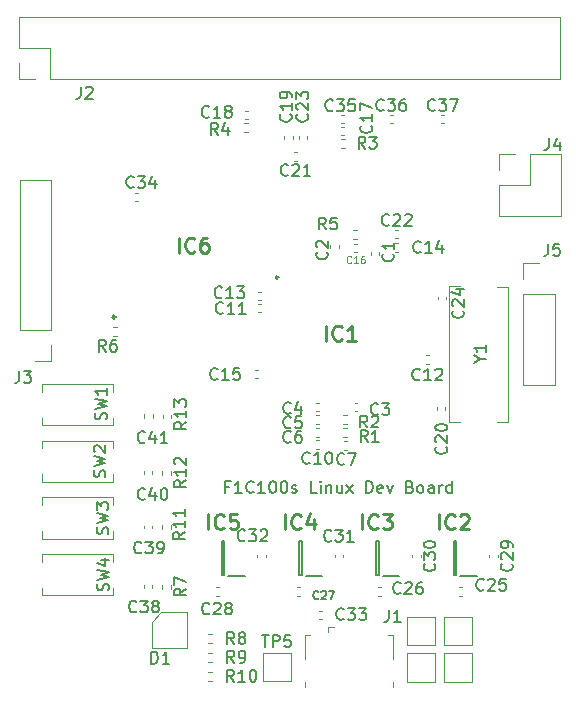
<source format=gbr>
%TF.GenerationSoftware,KiCad,Pcbnew,(5.1.7)-1*%
%TF.CreationDate,2020-10-27T23:28:53+01:00*%
%TF.ProjectId,f1c100s,66316331-3030-4732-9e6b-696361645f70,rev?*%
%TF.SameCoordinates,Original*%
%TF.FileFunction,Legend,Top*%
%TF.FilePolarity,Positive*%
%FSLAX46Y46*%
G04 Gerber Fmt 4.6, Leading zero omitted, Abs format (unit mm)*
G04 Created by KiCad (PCBNEW (5.1.7)-1) date 2020-10-27 23:28:53*
%MOMM*%
%LPD*%
G01*
G04 APERTURE LIST*
%ADD10C,0.150000*%
%ADD11C,0.120000*%
%ADD12C,0.200000*%
%ADD13C,0.254000*%
%ADD14C,0.100000*%
G04 APERTURE END LIST*
D10*
X165107504Y-83850171D02*
X164774171Y-83850171D01*
X164774171Y-84373980D02*
X164774171Y-83373980D01*
X165250361Y-83373980D01*
X166155123Y-84373980D02*
X165583695Y-84373980D01*
X165869409Y-84373980D02*
X165869409Y-83373980D01*
X165774171Y-83516838D01*
X165678933Y-83612076D01*
X165583695Y-83659695D01*
X167155123Y-84278742D02*
X167107504Y-84326361D01*
X166964647Y-84373980D01*
X166869409Y-84373980D01*
X166726552Y-84326361D01*
X166631314Y-84231123D01*
X166583695Y-84135885D01*
X166536076Y-83945409D01*
X166536076Y-83802552D01*
X166583695Y-83612076D01*
X166631314Y-83516838D01*
X166726552Y-83421600D01*
X166869409Y-83373980D01*
X166964647Y-83373980D01*
X167107504Y-83421600D01*
X167155123Y-83469219D01*
X168107504Y-84373980D02*
X167536076Y-84373980D01*
X167821790Y-84373980D02*
X167821790Y-83373980D01*
X167726552Y-83516838D01*
X167631314Y-83612076D01*
X167536076Y-83659695D01*
X168726552Y-83373980D02*
X168821790Y-83373980D01*
X168917028Y-83421600D01*
X168964647Y-83469219D01*
X169012266Y-83564457D01*
X169059885Y-83754933D01*
X169059885Y-83993028D01*
X169012266Y-84183504D01*
X168964647Y-84278742D01*
X168917028Y-84326361D01*
X168821790Y-84373980D01*
X168726552Y-84373980D01*
X168631314Y-84326361D01*
X168583695Y-84278742D01*
X168536076Y-84183504D01*
X168488457Y-83993028D01*
X168488457Y-83754933D01*
X168536076Y-83564457D01*
X168583695Y-83469219D01*
X168631314Y-83421600D01*
X168726552Y-83373980D01*
X169678933Y-83373980D02*
X169774171Y-83373980D01*
X169869409Y-83421600D01*
X169917028Y-83469219D01*
X169964647Y-83564457D01*
X170012266Y-83754933D01*
X170012266Y-83993028D01*
X169964647Y-84183504D01*
X169917028Y-84278742D01*
X169869409Y-84326361D01*
X169774171Y-84373980D01*
X169678933Y-84373980D01*
X169583695Y-84326361D01*
X169536076Y-84278742D01*
X169488457Y-84183504D01*
X169440838Y-83993028D01*
X169440838Y-83754933D01*
X169488457Y-83564457D01*
X169536076Y-83469219D01*
X169583695Y-83421600D01*
X169678933Y-83373980D01*
X170393219Y-84326361D02*
X170488457Y-84373980D01*
X170678933Y-84373980D01*
X170774171Y-84326361D01*
X170821790Y-84231123D01*
X170821790Y-84183504D01*
X170774171Y-84088266D01*
X170678933Y-84040647D01*
X170536076Y-84040647D01*
X170440838Y-83993028D01*
X170393219Y-83897790D01*
X170393219Y-83850171D01*
X170440838Y-83754933D01*
X170536076Y-83707314D01*
X170678933Y-83707314D01*
X170774171Y-83754933D01*
X172488457Y-84373980D02*
X172012266Y-84373980D01*
X172012266Y-83373980D01*
X172821790Y-84373980D02*
X172821790Y-83707314D01*
X172821790Y-83373980D02*
X172774171Y-83421600D01*
X172821790Y-83469219D01*
X172869409Y-83421600D01*
X172821790Y-83373980D01*
X172821790Y-83469219D01*
X173297980Y-83707314D02*
X173297980Y-84373980D01*
X173297980Y-83802552D02*
X173345600Y-83754933D01*
X173440838Y-83707314D01*
X173583695Y-83707314D01*
X173678933Y-83754933D01*
X173726552Y-83850171D01*
X173726552Y-84373980D01*
X174631314Y-83707314D02*
X174631314Y-84373980D01*
X174202742Y-83707314D02*
X174202742Y-84231123D01*
X174250361Y-84326361D01*
X174345600Y-84373980D01*
X174488457Y-84373980D01*
X174583695Y-84326361D01*
X174631314Y-84278742D01*
X175012266Y-84373980D02*
X175536076Y-83707314D01*
X175012266Y-83707314D02*
X175536076Y-84373980D01*
X176678933Y-84373980D02*
X176678933Y-83373980D01*
X176917028Y-83373980D01*
X177059885Y-83421600D01*
X177155123Y-83516838D01*
X177202742Y-83612076D01*
X177250361Y-83802552D01*
X177250361Y-83945409D01*
X177202742Y-84135885D01*
X177155123Y-84231123D01*
X177059885Y-84326361D01*
X176917028Y-84373980D01*
X176678933Y-84373980D01*
X178059885Y-84326361D02*
X177964647Y-84373980D01*
X177774171Y-84373980D01*
X177678933Y-84326361D01*
X177631314Y-84231123D01*
X177631314Y-83850171D01*
X177678933Y-83754933D01*
X177774171Y-83707314D01*
X177964647Y-83707314D01*
X178059885Y-83754933D01*
X178107504Y-83850171D01*
X178107504Y-83945409D01*
X177631314Y-84040647D01*
X178440838Y-83707314D02*
X178678933Y-84373980D01*
X178917028Y-83707314D01*
X180393219Y-83850171D02*
X180536076Y-83897790D01*
X180583695Y-83945409D01*
X180631314Y-84040647D01*
X180631314Y-84183504D01*
X180583695Y-84278742D01*
X180536076Y-84326361D01*
X180440838Y-84373980D01*
X180059885Y-84373980D01*
X180059885Y-83373980D01*
X180393219Y-83373980D01*
X180488457Y-83421600D01*
X180536076Y-83469219D01*
X180583695Y-83564457D01*
X180583695Y-83659695D01*
X180536076Y-83754933D01*
X180488457Y-83802552D01*
X180393219Y-83850171D01*
X180059885Y-83850171D01*
X181202742Y-84373980D02*
X181107504Y-84326361D01*
X181059885Y-84278742D01*
X181012266Y-84183504D01*
X181012266Y-83897790D01*
X181059885Y-83802552D01*
X181107504Y-83754933D01*
X181202742Y-83707314D01*
X181345600Y-83707314D01*
X181440838Y-83754933D01*
X181488457Y-83802552D01*
X181536076Y-83897790D01*
X181536076Y-84183504D01*
X181488457Y-84278742D01*
X181440838Y-84326361D01*
X181345600Y-84373980D01*
X181202742Y-84373980D01*
X182393219Y-84373980D02*
X182393219Y-83850171D01*
X182345600Y-83754933D01*
X182250361Y-83707314D01*
X182059885Y-83707314D01*
X181964647Y-83754933D01*
X182393219Y-84326361D02*
X182297980Y-84373980D01*
X182059885Y-84373980D01*
X181964647Y-84326361D01*
X181917028Y-84231123D01*
X181917028Y-84135885D01*
X181964647Y-84040647D01*
X182059885Y-83993028D01*
X182297980Y-83993028D01*
X182393219Y-83945409D01*
X182869409Y-84373980D02*
X182869409Y-83707314D01*
X182869409Y-83897790D02*
X182917028Y-83802552D01*
X182964647Y-83754933D01*
X183059885Y-83707314D01*
X183155123Y-83707314D01*
X183917028Y-84373980D02*
X183917028Y-83373980D01*
X183917028Y-84326361D02*
X183821790Y-84373980D01*
X183631314Y-84373980D01*
X183536076Y-84326361D01*
X183488457Y-84278742D01*
X183440838Y-84183504D01*
X183440838Y-83897790D01*
X183488457Y-83802552D01*
X183536076Y-83754933D01*
X183631314Y-83707314D01*
X183821790Y-83707314D01*
X183917028Y-83754933D01*
D11*
%TO.C,J5*%
X189995500Y-64925900D02*
X191325500Y-64925900D01*
X189995500Y-66255900D02*
X189995500Y-64925900D01*
X189995500Y-67525900D02*
X192655500Y-67525900D01*
X192655500Y-67525900D02*
X192655500Y-75205900D01*
X189995500Y-67525900D02*
X189995500Y-75205900D01*
X189995500Y-75205900D02*
X192655500Y-75205900D01*
D12*
%TO.C,IC2*%
X184304426Y-91312800D02*
X184104426Y-91312800D01*
X184104426Y-91312800D02*
X184104426Y-88412800D01*
X184104426Y-88412800D02*
X184304426Y-88412800D01*
X184304426Y-88412800D02*
X184304426Y-91312800D01*
X186054426Y-91362800D02*
X184654426Y-91362800D01*
%TO.C,IC3*%
X177758484Y-91312800D02*
X177558484Y-91312800D01*
X177558484Y-91312800D02*
X177558484Y-88412800D01*
X177558484Y-88412800D02*
X177758484Y-88412800D01*
X177758484Y-88412800D02*
X177758484Y-91312800D01*
X179508484Y-91362800D02*
X178108484Y-91362800D01*
%TO.C,IC4*%
X171212542Y-91312800D02*
X171012542Y-91312800D01*
X171012542Y-91312800D02*
X171012542Y-88412800D01*
X171012542Y-88412800D02*
X171212542Y-88412800D01*
X171212542Y-88412800D02*
X171212542Y-91312800D01*
X172962542Y-91362800D02*
X171562542Y-91362800D01*
%TO.C,IC5*%
X164666600Y-91312800D02*
X164466600Y-91312800D01*
X164466600Y-91312800D02*
X164466600Y-88412800D01*
X164466600Y-88412800D02*
X164666600Y-88412800D01*
X164666600Y-88412800D02*
X164666600Y-91312800D01*
X166416600Y-91362800D02*
X165016600Y-91362800D01*
D11*
%TO.C,J4*%
X187945720Y-55693000D02*
X189275720Y-55693000D01*
X187945720Y-57023000D02*
X187945720Y-55693000D01*
X190545720Y-55693000D02*
X193145720Y-55693000D01*
X190545720Y-58293000D02*
X190545720Y-55693000D01*
X187945720Y-58293000D02*
X190545720Y-58293000D01*
X193145720Y-55693000D02*
X193145720Y-60893000D01*
X187945720Y-58293000D02*
X187945720Y-60893000D01*
X187945720Y-60893000D02*
X193145720Y-60893000D01*
%TO.C,J2*%
X147275240Y-49300440D02*
X147275240Y-47970440D01*
X148605240Y-49300440D02*
X147275240Y-49300440D01*
X147275240Y-46700440D02*
X147275240Y-44100440D01*
X149875240Y-46700440D02*
X147275240Y-46700440D01*
X149875240Y-49300440D02*
X149875240Y-46700440D01*
X147275240Y-44100440D02*
X193115240Y-44100440D01*
X149875240Y-49300440D02*
X193115240Y-49300440D01*
X193115240Y-49300440D02*
X193115240Y-44100440D01*
%TO.C,J3*%
X150008900Y-73212000D02*
X148678900Y-73212000D01*
X150008900Y-71882000D02*
X150008900Y-73212000D01*
X150008900Y-70612000D02*
X147348900Y-70612000D01*
X147348900Y-70612000D02*
X147348900Y-57852000D01*
X150008900Y-70612000D02*
X150008900Y-57852000D01*
X150008900Y-57852000D02*
X147348900Y-57852000D01*
%TO.C,SW4*%
X152228068Y-93051867D02*
X155228068Y-93051867D01*
X149228068Y-93051867D02*
X152228068Y-93051867D01*
X152228068Y-89551867D02*
X155228068Y-89551867D01*
X149228068Y-89551867D02*
X152228068Y-89551867D01*
X149228068Y-93051867D02*
X149228068Y-92401867D01*
X155228068Y-93051867D02*
X155228068Y-92401867D01*
X155228068Y-89551867D02*
X155228068Y-90201867D01*
X149228068Y-89551867D02*
X149228068Y-90201867D01*
%TO.C,SW3*%
X152228068Y-88252310D02*
X155228068Y-88252310D01*
X149228068Y-88252310D02*
X152228068Y-88252310D01*
X152228068Y-84752310D02*
X155228068Y-84752310D01*
X149228068Y-84752310D02*
X152228068Y-84752310D01*
X149228068Y-88252310D02*
X149228068Y-87602310D01*
X155228068Y-88252310D02*
X155228068Y-87602310D01*
X155228068Y-84752310D02*
X155228068Y-85402310D01*
X149228068Y-84752310D02*
X149228068Y-85402310D01*
%TO.C,TP5*%
X167938600Y-100285400D02*
X167938600Y-97885400D01*
X170338600Y-100285400D02*
X167938600Y-100285400D01*
X170338600Y-97885400D02*
X170338600Y-100285400D01*
X167938600Y-97885400D02*
X170338600Y-97885400D01*
%TO.C,TP4*%
X180145840Y-100346360D02*
X180145840Y-97946360D01*
X182545840Y-100346360D02*
X180145840Y-100346360D01*
X182545840Y-97946360D02*
X182545840Y-100346360D01*
X180145840Y-97946360D02*
X182545840Y-97946360D01*
%TO.C,TP3*%
X180145840Y-97247560D02*
X180145840Y-94847560D01*
X182545840Y-97247560D02*
X180145840Y-97247560D01*
X182545840Y-94847560D02*
X182545840Y-97247560D01*
X180145840Y-94847560D02*
X182545840Y-94847560D01*
%TO.C,TP2*%
X183244640Y-97247560D02*
X183244640Y-94847560D01*
X185644640Y-97247560D02*
X183244640Y-97247560D01*
X185644640Y-94847560D02*
X185644640Y-97247560D01*
X183244640Y-94847560D02*
X185644640Y-94847560D01*
%TO.C,TP1*%
X183244640Y-100346360D02*
X183244640Y-97946360D01*
X185644640Y-100346360D02*
X183244640Y-100346360D01*
X185644640Y-97946360D02*
X185644640Y-100346360D01*
X183244640Y-97946360D02*
X185644640Y-97946360D01*
%TO.C,SW2*%
X152228068Y-83452755D02*
X155228068Y-83452755D01*
X149228068Y-83452755D02*
X152228068Y-83452755D01*
X152228068Y-79952755D02*
X155228068Y-79952755D01*
X149228068Y-79952755D02*
X152228068Y-79952755D01*
X149228068Y-83452755D02*
X149228068Y-82802755D01*
X155228068Y-83452755D02*
X155228068Y-82802755D01*
X155228068Y-79952755D02*
X155228068Y-80602755D01*
X149228068Y-79952755D02*
X149228068Y-80602755D01*
%TO.C,SW1*%
X152228068Y-78653200D02*
X155228068Y-78653200D01*
X149228068Y-78653200D02*
X152228068Y-78653200D01*
X152228068Y-75153200D02*
X155228068Y-75153200D01*
X149228068Y-75153200D02*
X152228068Y-75153200D01*
X149228068Y-78653200D02*
X149228068Y-78003200D01*
X155228068Y-78653200D02*
X155228068Y-78003200D01*
X155228068Y-75153200D02*
X155228068Y-75803200D01*
X149228068Y-75153200D02*
X149228068Y-75803200D01*
%TO.C,J1*%
X178994600Y-98389400D02*
X178994600Y-96409400D01*
X178994600Y-96409400D02*
X178574600Y-96409400D01*
X178994600Y-100359400D02*
X178994600Y-100759400D01*
X171474600Y-100759400D02*
X171474600Y-100359400D01*
X171474600Y-98389400D02*
X171474600Y-96409400D01*
X171474600Y-96409400D02*
X171894600Y-96409400D01*
X173924600Y-95729400D02*
X173474600Y-95729400D01*
X173474600Y-96179400D02*
X173474600Y-95729400D01*
D13*
%TO.C,IC6*%
X155457600Y-69475200D02*
G75*
G03*
X155457600Y-69475200I-125000J0D01*
G01*
%TO.C,IC1*%
X169248400Y-66091400D02*
G75*
G03*
X169248400Y-66091400I-100000J0D01*
G01*
D11*
%TO.C,D1*%
X158512380Y-97489140D02*
X158512380Y-95289140D01*
X161512380Y-97489140D02*
X158512380Y-97489140D01*
X161512380Y-94489140D02*
X161512380Y-97489140D01*
X159312380Y-94489140D02*
X161512380Y-94489140D01*
X158512380Y-95289140D02*
X159312380Y-94489140D01*
%TO.C,Y1*%
X183707400Y-66843200D02*
X184657400Y-66843200D01*
X188707400Y-66893200D02*
X187757400Y-66893200D01*
X188707400Y-78343200D02*
X187757400Y-78343200D01*
X183707400Y-78343200D02*
X184657400Y-78343200D01*
X188707400Y-66893200D02*
X188707400Y-72643200D01*
X188707400Y-72593200D02*
X188707400Y-78343200D01*
X183707400Y-66843200D02*
X183707400Y-72593200D01*
X183707400Y-72593200D02*
X183707400Y-78343200D01*
%TO.C,C1*%
X177089480Y-64184795D02*
X177089480Y-63953125D01*
X177809480Y-64184795D02*
X177809480Y-63953125D01*
%TO.C,C2*%
X174355080Y-63625995D02*
X174355080Y-63394325D01*
X173635080Y-63625995D02*
X173635080Y-63394325D01*
%TO.C,C3*%
X175702965Y-77449000D02*
X175934635Y-77449000D01*
X175702965Y-76729000D02*
X175934635Y-76729000D01*
%TO.C,C4*%
X172658035Y-77474400D02*
X172426365Y-77474400D01*
X172658035Y-76754400D02*
X172426365Y-76754400D01*
%TO.C,C5*%
X172658035Y-77808500D02*
X172426365Y-77808500D01*
X172658035Y-78528500D02*
X172426365Y-78528500D01*
%TO.C,C6*%
X172658035Y-78888000D02*
X172426365Y-78888000D01*
X172658035Y-79608000D02*
X172426365Y-79608000D01*
%TO.C,C7*%
X174826665Y-79980200D02*
X175058335Y-79980200D01*
X174826665Y-80700200D02*
X175058335Y-80700200D01*
%TO.C,C10*%
X172658035Y-79929400D02*
X172426365Y-79929400D01*
X172658035Y-80649400D02*
X172426365Y-80649400D01*
%TO.C,C11*%
X167793935Y-69054300D02*
X167562265Y-69054300D01*
X167793935Y-68334300D02*
X167562265Y-68334300D01*
%TO.C,C12*%
X181773565Y-73448500D02*
X182005235Y-73448500D01*
X181773565Y-72728500D02*
X182005235Y-72728500D01*
%TO.C,C13*%
X167793935Y-67318300D02*
X167562265Y-67318300D01*
X167793935Y-68038300D02*
X167562265Y-68038300D01*
%TO.C,C14*%
X179157365Y-63246680D02*
X179389035Y-63246680D01*
X179157365Y-63966680D02*
X179389035Y-63966680D01*
%TO.C,C15*%
X167499295Y-74639760D02*
X167267625Y-74639760D01*
X167499295Y-73919760D02*
X167267625Y-73919760D01*
%TO.C,C16*%
X175883835Y-63272080D02*
X175652165Y-63272080D01*
X175883835Y-63992080D02*
X175652165Y-63992080D01*
%TO.C,C17*%
X174560285Y-53386400D02*
X174791955Y-53386400D01*
X174560285Y-54106400D02*
X174791955Y-54106400D01*
%TO.C,C18*%
X166408785Y-52722100D02*
X166640455Y-52722100D01*
X166408785Y-52002100D02*
X166640455Y-52002100D01*
%TO.C,C19*%
X170458720Y-54138565D02*
X170458720Y-54370235D01*
X169738720Y-54138565D02*
X169738720Y-54370235D01*
%TO.C,C20*%
X183400000Y-77134165D02*
X183400000Y-77365835D01*
X182680000Y-77134165D02*
X182680000Y-77365835D01*
%TO.C,C21*%
X170824155Y-55545400D02*
X170592485Y-55545400D01*
X170824155Y-56265400D02*
X170592485Y-56265400D01*
%TO.C,C22*%
X179157365Y-62103680D02*
X179389035Y-62103680D01*
X179157365Y-62823680D02*
X179389035Y-62823680D01*
%TO.C,C23*%
X170957920Y-54151265D02*
X170957920Y-54382935D01*
X171677920Y-54151265D02*
X171677920Y-54382935D01*
%TO.C,C24*%
X183470000Y-67985835D02*
X183470000Y-67754165D01*
X182750000Y-67985835D02*
X182750000Y-67754165D01*
%TO.C,C25*%
X184542165Y-93095400D02*
X184773835Y-93095400D01*
X184542165Y-92375400D02*
X184773835Y-92375400D01*
%TO.C,C26*%
X177692631Y-92375400D02*
X177924301Y-92375400D01*
X177692631Y-93095400D02*
X177924301Y-93095400D01*
%TO.C,C27*%
X170843098Y-93095400D02*
X171074768Y-93095400D01*
X170843098Y-92375400D02*
X171074768Y-92375400D01*
%TO.C,C28*%
X163993565Y-92375400D02*
X164225235Y-92375400D01*
X163993565Y-93095400D02*
X164225235Y-93095400D01*
%TO.C,C29*%
X187837400Y-89596965D02*
X187837400Y-89828635D01*
X187117400Y-89596965D02*
X187117400Y-89828635D01*
%TO.C,C30*%
X180571455Y-89596965D02*
X180571455Y-89828635D01*
X181291455Y-89596965D02*
X181291455Y-89828635D01*
%TO.C,C31*%
X174745513Y-89596965D02*
X174745513Y-89828635D01*
X174025513Y-89596965D02*
X174025513Y-89828635D01*
%TO.C,C32*%
X167479571Y-89596965D02*
X167479571Y-89828635D01*
X168199571Y-89596965D02*
X168199571Y-89828635D01*
%TO.C,C33*%
X172912035Y-94331200D02*
X172680365Y-94331200D01*
X172912035Y-95051200D02*
X172680365Y-95051200D01*
%TO.C,C34*%
X157094925Y-58933760D02*
X157326595Y-58933760D01*
X157094925Y-59653760D02*
X157326595Y-59653760D01*
%TO.C,C35*%
X174559965Y-53080240D02*
X174791635Y-53080240D01*
X174559965Y-52360240D02*
X174791635Y-52360240D01*
%TO.C,C36*%
X178687485Y-52360240D02*
X178919155Y-52360240D01*
X178687485Y-53080240D02*
X178919155Y-53080240D01*
%TO.C,C37*%
X183037485Y-53080240D02*
X183269155Y-53080240D01*
X183037485Y-52360240D02*
X183269155Y-52360240D01*
%TO.C,C38*%
X158576600Y-92187765D02*
X158576600Y-92419435D01*
X157856600Y-92187765D02*
X157856600Y-92419435D01*
%TO.C,C39*%
X158576600Y-87133165D02*
X158576600Y-87364835D01*
X157856600Y-87133165D02*
X157856600Y-87364835D01*
%TO.C,C40*%
X157856600Y-82535765D02*
X157856600Y-82767435D01*
X158576600Y-82535765D02*
X158576600Y-82767435D01*
%TO.C,C41*%
X160186960Y-77775805D02*
X160186960Y-78007475D01*
X159466960Y-77775805D02*
X159466960Y-78007475D01*
%TO.C,R1*%
X174724079Y-78880700D02*
X175059321Y-78880700D01*
X174724079Y-79640700D02*
X175059321Y-79640700D01*
%TO.C,R2*%
X174698679Y-78535800D02*
X175033921Y-78535800D01*
X174698679Y-77775800D02*
X175033921Y-77775800D01*
%TO.C,R3*%
X174528499Y-55142400D02*
X174863741Y-55142400D01*
X174528499Y-54382400D02*
X174863741Y-54382400D01*
%TO.C,R4*%
X166336999Y-53036200D02*
X166672241Y-53036200D01*
X166336999Y-53796200D02*
X166672241Y-53796200D01*
%TO.C,R5*%
X175574979Y-62109080D02*
X175910221Y-62109080D01*
X175574979Y-62869080D02*
X175910221Y-62869080D01*
%TO.C,R6*%
X155285459Y-70328520D02*
X155620701Y-70328520D01*
X155285459Y-71088520D02*
X155620701Y-71088520D01*
%TO.C,R7*%
X159436800Y-92135979D02*
X159436800Y-92471221D01*
X160196800Y-92135979D02*
X160196800Y-92471221D01*
%TO.C,R8*%
X163299159Y-96320340D02*
X163634401Y-96320340D01*
X163299159Y-97080340D02*
X163634401Y-97080340D01*
%TO.C,R9*%
X163299159Y-98667840D02*
X163634401Y-98667840D01*
X163299159Y-97907840D02*
X163634401Y-97907840D01*
%TO.C,R10*%
X163299159Y-100255340D02*
X163634401Y-100255340D01*
X163299159Y-99495340D02*
X163634401Y-99495340D01*
%TO.C,R11*%
X160196800Y-87081379D02*
X160196800Y-87416621D01*
X159436800Y-87081379D02*
X159436800Y-87416621D01*
%TO.C,R12*%
X159436800Y-82483979D02*
X159436800Y-82819221D01*
X160196800Y-82483979D02*
X160196800Y-82819221D01*
%TO.C,R13*%
X158606760Y-77724019D02*
X158606760Y-78059261D01*
X157846760Y-77724019D02*
X157846760Y-78059261D01*
%TO.C,J5*%
D10*
X192086906Y-63277500D02*
X192086906Y-63991786D01*
X192039287Y-64134643D01*
X191944049Y-64229881D01*
X191801192Y-64277500D01*
X191705954Y-64277500D01*
X193039287Y-63277500D02*
X192563097Y-63277500D01*
X192515478Y-63753691D01*
X192563097Y-63706072D01*
X192658335Y-63658453D01*
X192896430Y-63658453D01*
X192991668Y-63706072D01*
X193039287Y-63753691D01*
X193086906Y-63848929D01*
X193086906Y-64087024D01*
X193039287Y-64182262D01*
X192991668Y-64229881D01*
X192896430Y-64277500D01*
X192658335Y-64277500D01*
X192563097Y-64229881D01*
X192515478Y-64182262D01*
%TO.C,IC2*%
D13*
X182837664Y-87440123D02*
X182837664Y-86170123D01*
X184168140Y-87319171D02*
X184107664Y-87379647D01*
X183926235Y-87440123D01*
X183805283Y-87440123D01*
X183623854Y-87379647D01*
X183502902Y-87258695D01*
X183442426Y-87137742D01*
X183381949Y-86895838D01*
X183381949Y-86714409D01*
X183442426Y-86472504D01*
X183502902Y-86351552D01*
X183623854Y-86230600D01*
X183805283Y-86170123D01*
X183926235Y-86170123D01*
X184107664Y-86230600D01*
X184168140Y-86291076D01*
X184651949Y-86291076D02*
X184712426Y-86230600D01*
X184833378Y-86170123D01*
X185135759Y-86170123D01*
X185256711Y-86230600D01*
X185317187Y-86291076D01*
X185377664Y-86412028D01*
X185377664Y-86532980D01*
X185317187Y-86714409D01*
X184591473Y-87440123D01*
X185377664Y-87440123D01*
%TO.C,IC3*%
X176325588Y-87440123D02*
X176325588Y-86170123D01*
X177656064Y-87319171D02*
X177595588Y-87379647D01*
X177414159Y-87440123D01*
X177293207Y-87440123D01*
X177111778Y-87379647D01*
X176990826Y-87258695D01*
X176930350Y-87137742D01*
X176869873Y-86895838D01*
X176869873Y-86714409D01*
X176930350Y-86472504D01*
X176990826Y-86351552D01*
X177111778Y-86230600D01*
X177293207Y-86170123D01*
X177414159Y-86170123D01*
X177595588Y-86230600D01*
X177656064Y-86291076D01*
X178079397Y-86170123D02*
X178865588Y-86170123D01*
X178442254Y-86653933D01*
X178623683Y-86653933D01*
X178744635Y-86714409D01*
X178805111Y-86774885D01*
X178865588Y-86895838D01*
X178865588Y-87198219D01*
X178805111Y-87319171D01*
X178744635Y-87379647D01*
X178623683Y-87440123D01*
X178260826Y-87440123D01*
X178139873Y-87379647D01*
X178079397Y-87319171D01*
%TO.C,IC4*%
X169813513Y-87440123D02*
X169813513Y-86170123D01*
X171143989Y-87319171D02*
X171083513Y-87379647D01*
X170902084Y-87440123D01*
X170781132Y-87440123D01*
X170599703Y-87379647D01*
X170478751Y-87258695D01*
X170418275Y-87137742D01*
X170357798Y-86895838D01*
X170357798Y-86714409D01*
X170418275Y-86472504D01*
X170478751Y-86351552D01*
X170599703Y-86230600D01*
X170781132Y-86170123D01*
X170902084Y-86170123D01*
X171083513Y-86230600D01*
X171143989Y-86291076D01*
X172232560Y-86593457D02*
X172232560Y-87440123D01*
X171930179Y-86109647D02*
X171627798Y-87016790D01*
X172413989Y-87016790D01*
%TO.C,IC5*%
X163301438Y-87440123D02*
X163301438Y-86170123D01*
X164631914Y-87319171D02*
X164571438Y-87379647D01*
X164390009Y-87440123D01*
X164269057Y-87440123D01*
X164087628Y-87379647D01*
X163966676Y-87258695D01*
X163906200Y-87137742D01*
X163845723Y-86895838D01*
X163845723Y-86714409D01*
X163906200Y-86472504D01*
X163966676Y-86351552D01*
X164087628Y-86230600D01*
X164269057Y-86170123D01*
X164390009Y-86170123D01*
X164571438Y-86230600D01*
X164631914Y-86291076D01*
X165780961Y-86170123D02*
X165176200Y-86170123D01*
X165115723Y-86774885D01*
X165176200Y-86714409D01*
X165297152Y-86653933D01*
X165599533Y-86653933D01*
X165720485Y-86714409D01*
X165780961Y-86774885D01*
X165841438Y-86895838D01*
X165841438Y-87198219D01*
X165780961Y-87319171D01*
X165720485Y-87379647D01*
X165599533Y-87440123D01*
X165297152Y-87440123D01*
X165176200Y-87379647D01*
X165115723Y-87319171D01*
%TO.C,J4*%
D10*
X192158026Y-54331620D02*
X192158026Y-55045906D01*
X192110407Y-55188763D01*
X192015169Y-55284001D01*
X191872312Y-55331620D01*
X191777074Y-55331620D01*
X193062788Y-54664954D02*
X193062788Y-55331620D01*
X192824693Y-54284001D02*
X192586598Y-54998287D01*
X193205645Y-54998287D01*
%TO.C,J2*%
X152528946Y-49983140D02*
X152528946Y-50697426D01*
X152481327Y-50840283D01*
X152386089Y-50935521D01*
X152243232Y-50983140D01*
X152147994Y-50983140D01*
X152957518Y-50078379D02*
X153005137Y-50030760D01*
X153100375Y-49983140D01*
X153338470Y-49983140D01*
X153433708Y-50030760D01*
X153481327Y-50078379D01*
X153528946Y-50173617D01*
X153528946Y-50268855D01*
X153481327Y-50411712D01*
X152909899Y-50983140D01*
X153528946Y-50983140D01*
%TO.C,J3*%
X147301626Y-74042020D02*
X147301626Y-74756306D01*
X147254007Y-74899163D01*
X147158769Y-74994401D01*
X147015912Y-75042020D01*
X146920674Y-75042020D01*
X147682579Y-74042020D02*
X148301626Y-74042020D01*
X147968293Y-74422973D01*
X148111150Y-74422973D01*
X148206388Y-74470592D01*
X148254007Y-74518211D01*
X148301626Y-74613449D01*
X148301626Y-74851544D01*
X148254007Y-74946782D01*
X148206388Y-74994401D01*
X148111150Y-75042020D01*
X147825436Y-75042020D01*
X147730198Y-74994401D01*
X147682579Y-74946782D01*
%TO.C,SW4*%
X154862161Y-92620933D02*
X154909780Y-92478076D01*
X154909780Y-92239980D01*
X154862161Y-92144742D01*
X154814542Y-92097123D01*
X154719304Y-92049504D01*
X154624066Y-92049504D01*
X154528828Y-92097123D01*
X154481209Y-92144742D01*
X154433590Y-92239980D01*
X154385971Y-92430457D01*
X154338352Y-92525695D01*
X154290733Y-92573314D01*
X154195495Y-92620933D01*
X154100257Y-92620933D01*
X154005019Y-92573314D01*
X153957400Y-92525695D01*
X153909780Y-92430457D01*
X153909780Y-92192361D01*
X153957400Y-92049504D01*
X153909780Y-91716171D02*
X154909780Y-91478076D01*
X154195495Y-91287600D01*
X154909780Y-91097123D01*
X153909780Y-90859028D01*
X154243114Y-90049504D02*
X154909780Y-90049504D01*
X153862161Y-90287600D02*
X154576447Y-90525695D01*
X154576447Y-89906647D01*
%TO.C,SW3*%
X154811361Y-87820333D02*
X154858980Y-87677476D01*
X154858980Y-87439380D01*
X154811361Y-87344142D01*
X154763742Y-87296523D01*
X154668504Y-87248904D01*
X154573266Y-87248904D01*
X154478028Y-87296523D01*
X154430409Y-87344142D01*
X154382790Y-87439380D01*
X154335171Y-87629857D01*
X154287552Y-87725095D01*
X154239933Y-87772714D01*
X154144695Y-87820333D01*
X154049457Y-87820333D01*
X153954219Y-87772714D01*
X153906600Y-87725095D01*
X153858980Y-87629857D01*
X153858980Y-87391761D01*
X153906600Y-87248904D01*
X153858980Y-86915571D02*
X154858980Y-86677476D01*
X154144695Y-86487000D01*
X154858980Y-86296523D01*
X153858980Y-86058428D01*
X153858980Y-85772714D02*
X153858980Y-85153666D01*
X154239933Y-85487000D01*
X154239933Y-85344142D01*
X154287552Y-85248904D01*
X154335171Y-85201285D01*
X154430409Y-85153666D01*
X154668504Y-85153666D01*
X154763742Y-85201285D01*
X154811361Y-85248904D01*
X154858980Y-85344142D01*
X154858980Y-85629857D01*
X154811361Y-85725095D01*
X154763742Y-85772714D01*
%TO.C,TP5*%
X167876695Y-96404180D02*
X168448123Y-96404180D01*
X168162409Y-97404180D02*
X168162409Y-96404180D01*
X168781457Y-97404180D02*
X168781457Y-96404180D01*
X169162409Y-96404180D01*
X169257647Y-96451800D01*
X169305266Y-96499419D01*
X169352885Y-96594657D01*
X169352885Y-96737514D01*
X169305266Y-96832752D01*
X169257647Y-96880371D01*
X169162409Y-96927990D01*
X168781457Y-96927990D01*
X170257647Y-96404180D02*
X169781457Y-96404180D01*
X169733838Y-96880371D01*
X169781457Y-96832752D01*
X169876695Y-96785133D01*
X170114790Y-96785133D01*
X170210028Y-96832752D01*
X170257647Y-96880371D01*
X170305266Y-96975609D01*
X170305266Y-97213704D01*
X170257647Y-97308942D01*
X170210028Y-97356561D01*
X170114790Y-97404180D01*
X169876695Y-97404180D01*
X169781457Y-97356561D01*
X169733838Y-97308942D01*
%TO.C,SW2*%
X154557361Y-82994333D02*
X154604980Y-82851476D01*
X154604980Y-82613380D01*
X154557361Y-82518142D01*
X154509742Y-82470523D01*
X154414504Y-82422904D01*
X154319266Y-82422904D01*
X154224028Y-82470523D01*
X154176409Y-82518142D01*
X154128790Y-82613380D01*
X154081171Y-82803857D01*
X154033552Y-82899095D01*
X153985933Y-82946714D01*
X153890695Y-82994333D01*
X153795457Y-82994333D01*
X153700219Y-82946714D01*
X153652600Y-82899095D01*
X153604980Y-82803857D01*
X153604980Y-82565761D01*
X153652600Y-82422904D01*
X153604980Y-82089571D02*
X154604980Y-81851476D01*
X153890695Y-81661000D01*
X154604980Y-81470523D01*
X153604980Y-81232428D01*
X153700219Y-80899095D02*
X153652600Y-80851476D01*
X153604980Y-80756238D01*
X153604980Y-80518142D01*
X153652600Y-80422904D01*
X153700219Y-80375285D01*
X153795457Y-80327666D01*
X153890695Y-80327666D01*
X154033552Y-80375285D01*
X154604980Y-80946714D01*
X154604980Y-80327666D01*
%TO.C,SW1*%
X154658961Y-78142933D02*
X154706580Y-78000076D01*
X154706580Y-77761980D01*
X154658961Y-77666742D01*
X154611342Y-77619123D01*
X154516104Y-77571504D01*
X154420866Y-77571504D01*
X154325628Y-77619123D01*
X154278009Y-77666742D01*
X154230390Y-77761980D01*
X154182771Y-77952457D01*
X154135152Y-78047695D01*
X154087533Y-78095314D01*
X153992295Y-78142933D01*
X153897057Y-78142933D01*
X153801819Y-78095314D01*
X153754200Y-78047695D01*
X153706580Y-77952457D01*
X153706580Y-77714361D01*
X153754200Y-77571504D01*
X153706580Y-77238171D02*
X154706580Y-77000076D01*
X153992295Y-76809600D01*
X154706580Y-76619123D01*
X153706580Y-76381028D01*
X154706580Y-75476266D02*
X154706580Y-76047695D01*
X154706580Y-75761980D02*
X153706580Y-75761980D01*
X153849438Y-75857219D01*
X153944676Y-75952457D01*
X153992295Y-76047695D01*
%TO.C,J1*%
X178609666Y-94270580D02*
X178609666Y-94984866D01*
X178562047Y-95127723D01*
X178466809Y-95222961D01*
X178323952Y-95270580D01*
X178228714Y-95270580D01*
X179609666Y-95270580D02*
X179038238Y-95270580D01*
X179323952Y-95270580D02*
X179323952Y-94270580D01*
X179228714Y-94413438D01*
X179133476Y-94508676D01*
X179038238Y-94556295D01*
%TO.C,IC6*%
D13*
X160810238Y-64024523D02*
X160810238Y-62754523D01*
X162140714Y-63903571D02*
X162080238Y-63964047D01*
X161898809Y-64024523D01*
X161777857Y-64024523D01*
X161596428Y-63964047D01*
X161475476Y-63843095D01*
X161415000Y-63722142D01*
X161354523Y-63480238D01*
X161354523Y-63298809D01*
X161415000Y-63056904D01*
X161475476Y-62935952D01*
X161596428Y-62815000D01*
X161777857Y-62754523D01*
X161898809Y-62754523D01*
X162080238Y-62815000D01*
X162140714Y-62875476D01*
X163229285Y-62754523D02*
X162987380Y-62754523D01*
X162866428Y-62815000D01*
X162805952Y-62875476D01*
X162685000Y-63056904D01*
X162624523Y-63298809D01*
X162624523Y-63782619D01*
X162685000Y-63903571D01*
X162745476Y-63964047D01*
X162866428Y-64024523D01*
X163108333Y-64024523D01*
X163229285Y-63964047D01*
X163289761Y-63903571D01*
X163350238Y-63782619D01*
X163350238Y-63480238D01*
X163289761Y-63359285D01*
X163229285Y-63298809D01*
X163108333Y-63238333D01*
X162866428Y-63238333D01*
X162745476Y-63298809D01*
X162685000Y-63359285D01*
X162624523Y-63480238D01*
%TO.C,IC1*%
X173283638Y-71465923D02*
X173283638Y-70195923D01*
X174614114Y-71344971D02*
X174553638Y-71405447D01*
X174372209Y-71465923D01*
X174251257Y-71465923D01*
X174069828Y-71405447D01*
X173948876Y-71284495D01*
X173888400Y-71163542D01*
X173827923Y-70921638D01*
X173827923Y-70740209D01*
X173888400Y-70498304D01*
X173948876Y-70377352D01*
X174069828Y-70256400D01*
X174251257Y-70195923D01*
X174372209Y-70195923D01*
X174553638Y-70256400D01*
X174614114Y-70316876D01*
X175823638Y-71465923D02*
X175097923Y-71465923D01*
X175460780Y-71465923D02*
X175460780Y-70195923D01*
X175339828Y-70377352D01*
X175218876Y-70498304D01*
X175097923Y-70558780D01*
%TO.C,D1*%
D10*
X158494504Y-98816420D02*
X158494504Y-97816420D01*
X158732600Y-97816420D01*
X158875457Y-97864040D01*
X158970695Y-97959278D01*
X159018314Y-98054516D01*
X159065933Y-98244992D01*
X159065933Y-98387849D01*
X159018314Y-98578325D01*
X158970695Y-98673563D01*
X158875457Y-98768801D01*
X158732600Y-98816420D01*
X158494504Y-98816420D01*
X160018314Y-98816420D02*
X159446885Y-98816420D01*
X159732600Y-98816420D02*
X159732600Y-97816420D01*
X159637361Y-97959278D01*
X159542123Y-98054516D01*
X159446885Y-98102135D01*
%TO.C,Y1*%
X186326190Y-73026190D02*
X186802380Y-73026190D01*
X185802380Y-73359523D02*
X186326190Y-73026190D01*
X185802380Y-72692857D01*
X186802380Y-71835714D02*
X186802380Y-72407142D01*
X186802380Y-72121428D02*
X185802380Y-72121428D01*
X185945238Y-72216666D01*
X186040476Y-72311904D01*
X186088095Y-72407142D01*
%TO.C,C1*%
X178949622Y-64134026D02*
X178997241Y-64181645D01*
X179044860Y-64324502D01*
X179044860Y-64419740D01*
X178997241Y-64562598D01*
X178902003Y-64657836D01*
X178806765Y-64705455D01*
X178616289Y-64753074D01*
X178473432Y-64753074D01*
X178282956Y-64705455D01*
X178187718Y-64657836D01*
X178092480Y-64562598D01*
X178044860Y-64419740D01*
X178044860Y-64324502D01*
X178092480Y-64181645D01*
X178140099Y-64134026D01*
X179044860Y-63181645D02*
X179044860Y-63753074D01*
X179044860Y-63467360D02*
X178044860Y-63467360D01*
X178187718Y-63562598D01*
X178282956Y-63657836D01*
X178330575Y-63753074D01*
%TO.C,C2*%
X173357142Y-63966666D02*
X173404761Y-64014285D01*
X173452380Y-64157142D01*
X173452380Y-64252380D01*
X173404761Y-64395238D01*
X173309523Y-64490476D01*
X173214285Y-64538095D01*
X173023809Y-64585714D01*
X172880952Y-64585714D01*
X172690476Y-64538095D01*
X172595238Y-64490476D01*
X172500000Y-64395238D01*
X172452380Y-64252380D01*
X172452380Y-64157142D01*
X172500000Y-64014285D01*
X172547619Y-63966666D01*
X172547619Y-63585714D02*
X172500000Y-63538095D01*
X172452380Y-63442857D01*
X172452380Y-63204761D01*
X172500000Y-63109523D01*
X172547619Y-63061904D01*
X172642857Y-63014285D01*
X172738095Y-63014285D01*
X172880952Y-63061904D01*
X173452380Y-63633333D01*
X173452380Y-63014285D01*
%TO.C,C3*%
X177684133Y-77674742D02*
X177636514Y-77722361D01*
X177493657Y-77769980D01*
X177398419Y-77769980D01*
X177255561Y-77722361D01*
X177160323Y-77627123D01*
X177112704Y-77531885D01*
X177065085Y-77341409D01*
X177065085Y-77198552D01*
X177112704Y-77008076D01*
X177160323Y-76912838D01*
X177255561Y-76817600D01*
X177398419Y-76769980D01*
X177493657Y-76769980D01*
X177636514Y-76817600D01*
X177684133Y-76865219D01*
X178017466Y-76769980D02*
X178636514Y-76769980D01*
X178303180Y-77150933D01*
X178446038Y-77150933D01*
X178541276Y-77198552D01*
X178588895Y-77246171D01*
X178636514Y-77341409D01*
X178636514Y-77579504D01*
X178588895Y-77674742D01*
X178541276Y-77722361D01*
X178446038Y-77769980D01*
X178160323Y-77769980D01*
X178065085Y-77722361D01*
X178017466Y-77674742D01*
%TO.C,C4*%
X170292733Y-77573142D02*
X170245114Y-77620761D01*
X170102257Y-77668380D01*
X170007019Y-77668380D01*
X169864161Y-77620761D01*
X169768923Y-77525523D01*
X169721304Y-77430285D01*
X169673685Y-77239809D01*
X169673685Y-77096952D01*
X169721304Y-76906476D01*
X169768923Y-76811238D01*
X169864161Y-76716000D01*
X170007019Y-76668380D01*
X170102257Y-76668380D01*
X170245114Y-76716000D01*
X170292733Y-76763619D01*
X171149876Y-77001714D02*
X171149876Y-77668380D01*
X170911780Y-76620761D02*
X170673685Y-77335047D01*
X171292733Y-77335047D01*
%TO.C,C5*%
X170305433Y-78792342D02*
X170257814Y-78839961D01*
X170114957Y-78887580D01*
X170019719Y-78887580D01*
X169876861Y-78839961D01*
X169781623Y-78744723D01*
X169734004Y-78649485D01*
X169686385Y-78459009D01*
X169686385Y-78316152D01*
X169734004Y-78125676D01*
X169781623Y-78030438D01*
X169876861Y-77935200D01*
X170019719Y-77887580D01*
X170114957Y-77887580D01*
X170257814Y-77935200D01*
X170305433Y-77982819D01*
X171210195Y-77887580D02*
X170734004Y-77887580D01*
X170686385Y-78363771D01*
X170734004Y-78316152D01*
X170829242Y-78268533D01*
X171067338Y-78268533D01*
X171162576Y-78316152D01*
X171210195Y-78363771D01*
X171257814Y-78459009D01*
X171257814Y-78697104D01*
X171210195Y-78792342D01*
X171162576Y-78839961D01*
X171067338Y-78887580D01*
X170829242Y-78887580D01*
X170734004Y-78839961D01*
X170686385Y-78792342D01*
%TO.C,C6*%
X170292733Y-80024242D02*
X170245114Y-80071861D01*
X170102257Y-80119480D01*
X170007019Y-80119480D01*
X169864161Y-80071861D01*
X169768923Y-79976623D01*
X169721304Y-79881385D01*
X169673685Y-79690909D01*
X169673685Y-79548052D01*
X169721304Y-79357576D01*
X169768923Y-79262338D01*
X169864161Y-79167100D01*
X170007019Y-79119480D01*
X170102257Y-79119480D01*
X170245114Y-79167100D01*
X170292733Y-79214719D01*
X171149876Y-79119480D02*
X170959400Y-79119480D01*
X170864161Y-79167100D01*
X170816542Y-79214719D01*
X170721304Y-79357576D01*
X170673685Y-79548052D01*
X170673685Y-79929004D01*
X170721304Y-80024242D01*
X170768923Y-80071861D01*
X170864161Y-80119480D01*
X171054638Y-80119480D01*
X171149876Y-80071861D01*
X171197495Y-80024242D01*
X171245114Y-79929004D01*
X171245114Y-79690909D01*
X171197495Y-79595671D01*
X171149876Y-79548052D01*
X171054638Y-79500433D01*
X170864161Y-79500433D01*
X170768923Y-79548052D01*
X170721304Y-79595671D01*
X170673685Y-79690909D01*
%TO.C,C7*%
X174839333Y-81891142D02*
X174791714Y-81938761D01*
X174648857Y-81986380D01*
X174553619Y-81986380D01*
X174410761Y-81938761D01*
X174315523Y-81843523D01*
X174267904Y-81748285D01*
X174220285Y-81557809D01*
X174220285Y-81414952D01*
X174267904Y-81224476D01*
X174315523Y-81129238D01*
X174410761Y-81034000D01*
X174553619Y-80986380D01*
X174648857Y-80986380D01*
X174791714Y-81034000D01*
X174839333Y-81081619D01*
X175172666Y-80986380D02*
X175839333Y-80986380D01*
X175410761Y-81986380D01*
%TO.C,C10*%
X171899342Y-81806542D02*
X171851723Y-81854161D01*
X171708866Y-81901780D01*
X171613628Y-81901780D01*
X171470771Y-81854161D01*
X171375533Y-81758923D01*
X171327914Y-81663685D01*
X171280295Y-81473209D01*
X171280295Y-81330352D01*
X171327914Y-81139876D01*
X171375533Y-81044638D01*
X171470771Y-80949400D01*
X171613628Y-80901780D01*
X171708866Y-80901780D01*
X171851723Y-80949400D01*
X171899342Y-80997019D01*
X172851723Y-81901780D02*
X172280295Y-81901780D01*
X172566009Y-81901780D02*
X172566009Y-80901780D01*
X172470771Y-81044638D01*
X172375533Y-81139876D01*
X172280295Y-81187495D01*
X173470771Y-80901780D02*
X173566009Y-80901780D01*
X173661247Y-80949400D01*
X173708866Y-80997019D01*
X173756485Y-81092257D01*
X173804104Y-81282733D01*
X173804104Y-81520828D01*
X173756485Y-81711304D01*
X173708866Y-81806542D01*
X173661247Y-81854161D01*
X173566009Y-81901780D01*
X173470771Y-81901780D01*
X173375533Y-81854161D01*
X173327914Y-81806542D01*
X173280295Y-81711304D01*
X173232676Y-81520828D01*
X173232676Y-81282733D01*
X173280295Y-81092257D01*
X173327914Y-80997019D01*
X173375533Y-80949400D01*
X173470771Y-80901780D01*
%TO.C,C11*%
X164571442Y-69127642D02*
X164523823Y-69175261D01*
X164380966Y-69222880D01*
X164285728Y-69222880D01*
X164142871Y-69175261D01*
X164047633Y-69080023D01*
X164000014Y-68984785D01*
X163952395Y-68794309D01*
X163952395Y-68651452D01*
X164000014Y-68460976D01*
X164047633Y-68365738D01*
X164142871Y-68270500D01*
X164285728Y-68222880D01*
X164380966Y-68222880D01*
X164523823Y-68270500D01*
X164571442Y-68318119D01*
X165523823Y-69222880D02*
X164952395Y-69222880D01*
X165238109Y-69222880D02*
X165238109Y-68222880D01*
X165142871Y-68365738D01*
X165047633Y-68460976D01*
X164952395Y-68508595D01*
X166476204Y-69222880D02*
X165904776Y-69222880D01*
X166190490Y-69222880D02*
X166190490Y-68222880D01*
X166095252Y-68365738D01*
X166000014Y-68460976D01*
X165904776Y-68508595D01*
%TO.C,C12*%
X181221142Y-74741042D02*
X181173523Y-74788661D01*
X181030666Y-74836280D01*
X180935428Y-74836280D01*
X180792571Y-74788661D01*
X180697333Y-74693423D01*
X180649714Y-74598185D01*
X180602095Y-74407709D01*
X180602095Y-74264852D01*
X180649714Y-74074376D01*
X180697333Y-73979138D01*
X180792571Y-73883900D01*
X180935428Y-73836280D01*
X181030666Y-73836280D01*
X181173523Y-73883900D01*
X181221142Y-73931519D01*
X182173523Y-74836280D02*
X181602095Y-74836280D01*
X181887809Y-74836280D02*
X181887809Y-73836280D01*
X181792571Y-73979138D01*
X181697333Y-74074376D01*
X181602095Y-74121995D01*
X182554476Y-73931519D02*
X182602095Y-73883900D01*
X182697333Y-73836280D01*
X182935428Y-73836280D01*
X183030666Y-73883900D01*
X183078285Y-73931519D01*
X183125904Y-74026757D01*
X183125904Y-74121995D01*
X183078285Y-74264852D01*
X182506857Y-74836280D01*
X183125904Y-74836280D01*
%TO.C,C13*%
X164469842Y-67794142D02*
X164422223Y-67841761D01*
X164279366Y-67889380D01*
X164184128Y-67889380D01*
X164041271Y-67841761D01*
X163946033Y-67746523D01*
X163898414Y-67651285D01*
X163850795Y-67460809D01*
X163850795Y-67317952D01*
X163898414Y-67127476D01*
X163946033Y-67032238D01*
X164041271Y-66937000D01*
X164184128Y-66889380D01*
X164279366Y-66889380D01*
X164422223Y-66937000D01*
X164469842Y-66984619D01*
X165422223Y-67889380D02*
X164850795Y-67889380D01*
X165136509Y-67889380D02*
X165136509Y-66889380D01*
X165041271Y-67032238D01*
X164946033Y-67127476D01*
X164850795Y-67175095D01*
X165755557Y-66889380D02*
X166374604Y-66889380D01*
X166041271Y-67270333D01*
X166184128Y-67270333D01*
X166279366Y-67317952D01*
X166326985Y-67365571D01*
X166374604Y-67460809D01*
X166374604Y-67698904D01*
X166326985Y-67794142D01*
X166279366Y-67841761D01*
X166184128Y-67889380D01*
X165898414Y-67889380D01*
X165803176Y-67841761D01*
X165755557Y-67794142D01*
%TO.C,C14*%
X181297342Y-63938422D02*
X181249723Y-63986041D01*
X181106866Y-64033660D01*
X181011628Y-64033660D01*
X180868771Y-63986041D01*
X180773533Y-63890803D01*
X180725914Y-63795565D01*
X180678295Y-63605089D01*
X180678295Y-63462232D01*
X180725914Y-63271756D01*
X180773533Y-63176518D01*
X180868771Y-63081280D01*
X181011628Y-63033660D01*
X181106866Y-63033660D01*
X181249723Y-63081280D01*
X181297342Y-63128899D01*
X182249723Y-64033660D02*
X181678295Y-64033660D01*
X181964009Y-64033660D02*
X181964009Y-63033660D01*
X181868771Y-63176518D01*
X181773533Y-63271756D01*
X181678295Y-63319375D01*
X183106866Y-63366994D02*
X183106866Y-64033660D01*
X182868771Y-62986041D02*
X182630676Y-63700327D01*
X183249723Y-63700327D01*
%TO.C,C15*%
X164104082Y-74692782D02*
X164056463Y-74740401D01*
X163913606Y-74788020D01*
X163818368Y-74788020D01*
X163675511Y-74740401D01*
X163580273Y-74645163D01*
X163532654Y-74549925D01*
X163485035Y-74359449D01*
X163485035Y-74216592D01*
X163532654Y-74026116D01*
X163580273Y-73930878D01*
X163675511Y-73835640D01*
X163818368Y-73788020D01*
X163913606Y-73788020D01*
X164056463Y-73835640D01*
X164104082Y-73883259D01*
X165056463Y-74788020D02*
X164485035Y-74788020D01*
X164770749Y-74788020D02*
X164770749Y-73788020D01*
X164675511Y-73930878D01*
X164580273Y-74026116D01*
X164485035Y-74073735D01*
X165961225Y-73788020D02*
X165485035Y-73788020D01*
X165437416Y-74264211D01*
X165485035Y-74216592D01*
X165580273Y-74168973D01*
X165818368Y-74168973D01*
X165913606Y-74216592D01*
X165961225Y-74264211D01*
X166008844Y-74359449D01*
X166008844Y-74597544D01*
X165961225Y-74692782D01*
X165913606Y-74740401D01*
X165818368Y-74788020D01*
X165580273Y-74788020D01*
X165485035Y-74740401D01*
X165437416Y-74692782D01*
%TO.C,C16*%
D14*
X175412765Y-64857285D02*
X175384194Y-64885857D01*
X175298480Y-64914428D01*
X175241337Y-64914428D01*
X175155622Y-64885857D01*
X175098480Y-64828714D01*
X175069908Y-64771571D01*
X175041337Y-64657285D01*
X175041337Y-64571571D01*
X175069908Y-64457285D01*
X175098480Y-64400142D01*
X175155622Y-64343000D01*
X175241337Y-64314428D01*
X175298480Y-64314428D01*
X175384194Y-64343000D01*
X175412765Y-64371571D01*
X175984194Y-64914428D02*
X175641337Y-64914428D01*
X175812765Y-64914428D02*
X175812765Y-64314428D01*
X175755622Y-64400142D01*
X175698480Y-64457285D01*
X175641337Y-64485857D01*
X176498480Y-64314428D02*
X176384194Y-64314428D01*
X176327051Y-64343000D01*
X176298480Y-64371571D01*
X176241337Y-64457285D01*
X176212765Y-64571571D01*
X176212765Y-64800142D01*
X176241337Y-64857285D01*
X176269908Y-64885857D01*
X176327051Y-64914428D01*
X176441337Y-64914428D01*
X176498480Y-64885857D01*
X176527051Y-64857285D01*
X176555622Y-64800142D01*
X176555622Y-64657285D01*
X176527051Y-64600142D01*
X176498480Y-64571571D01*
X176441337Y-64543000D01*
X176327051Y-64543000D01*
X176269908Y-64571571D01*
X176241337Y-64600142D01*
X176212765Y-64657285D01*
%TO.C,C17*%
D10*
X177095422Y-53271657D02*
X177143041Y-53319276D01*
X177190660Y-53462133D01*
X177190660Y-53557371D01*
X177143041Y-53700228D01*
X177047803Y-53795466D01*
X176952565Y-53843085D01*
X176762089Y-53890704D01*
X176619232Y-53890704D01*
X176428756Y-53843085D01*
X176333518Y-53795466D01*
X176238280Y-53700228D01*
X176190660Y-53557371D01*
X176190660Y-53462133D01*
X176238280Y-53319276D01*
X176285899Y-53271657D01*
X177190660Y-52319276D02*
X177190660Y-52890704D01*
X177190660Y-52604990D02*
X176190660Y-52604990D01*
X176333518Y-52700228D01*
X176428756Y-52795466D01*
X176476375Y-52890704D01*
X176190660Y-51985942D02*
X176190660Y-51319276D01*
X177190660Y-51747847D01*
%TO.C,C18*%
X163379862Y-52503342D02*
X163332243Y-52550961D01*
X163189386Y-52598580D01*
X163094148Y-52598580D01*
X162951291Y-52550961D01*
X162856053Y-52455723D01*
X162808434Y-52360485D01*
X162760815Y-52170009D01*
X162760815Y-52027152D01*
X162808434Y-51836676D01*
X162856053Y-51741438D01*
X162951291Y-51646200D01*
X163094148Y-51598580D01*
X163189386Y-51598580D01*
X163332243Y-51646200D01*
X163379862Y-51693819D01*
X164332243Y-52598580D02*
X163760815Y-52598580D01*
X164046529Y-52598580D02*
X164046529Y-51598580D01*
X163951291Y-51741438D01*
X163856053Y-51836676D01*
X163760815Y-51884295D01*
X164903672Y-52027152D02*
X164808434Y-51979533D01*
X164760815Y-51931914D01*
X164713196Y-51836676D01*
X164713196Y-51789057D01*
X164760815Y-51693819D01*
X164808434Y-51646200D01*
X164903672Y-51598580D01*
X165094148Y-51598580D01*
X165189386Y-51646200D01*
X165237005Y-51693819D01*
X165284624Y-51789057D01*
X165284624Y-51836676D01*
X165237005Y-51931914D01*
X165189386Y-51979533D01*
X165094148Y-52027152D01*
X164903672Y-52027152D01*
X164808434Y-52074771D01*
X164760815Y-52122390D01*
X164713196Y-52217628D01*
X164713196Y-52408104D01*
X164760815Y-52503342D01*
X164808434Y-52550961D01*
X164903672Y-52598580D01*
X165094148Y-52598580D01*
X165189386Y-52550961D01*
X165237005Y-52503342D01*
X165284624Y-52408104D01*
X165284624Y-52217628D01*
X165237005Y-52122390D01*
X165189386Y-52074771D01*
X165094148Y-52027152D01*
%TO.C,C19*%
X170278062Y-52306457D02*
X170325681Y-52354076D01*
X170373300Y-52496933D01*
X170373300Y-52592171D01*
X170325681Y-52735028D01*
X170230443Y-52830266D01*
X170135205Y-52877885D01*
X169944729Y-52925504D01*
X169801872Y-52925504D01*
X169611396Y-52877885D01*
X169516158Y-52830266D01*
X169420920Y-52735028D01*
X169373300Y-52592171D01*
X169373300Y-52496933D01*
X169420920Y-52354076D01*
X169468539Y-52306457D01*
X170373300Y-51354076D02*
X170373300Y-51925504D01*
X170373300Y-51639790D02*
X169373300Y-51639790D01*
X169516158Y-51735028D01*
X169611396Y-51830266D01*
X169659015Y-51925504D01*
X170373300Y-50877885D02*
X170373300Y-50687409D01*
X170325681Y-50592171D01*
X170278062Y-50544552D01*
X170135205Y-50449314D01*
X169944729Y-50401695D01*
X169563777Y-50401695D01*
X169468539Y-50449314D01*
X169420920Y-50496933D01*
X169373300Y-50592171D01*
X169373300Y-50782647D01*
X169420920Y-50877885D01*
X169468539Y-50925504D01*
X169563777Y-50973123D01*
X169801872Y-50973123D01*
X169897110Y-50925504D01*
X169944729Y-50877885D01*
X169992348Y-50782647D01*
X169992348Y-50592171D01*
X169944729Y-50496933D01*
X169897110Y-50449314D01*
X169801872Y-50401695D01*
%TO.C,C20*%
X183447942Y-80458257D02*
X183495561Y-80505876D01*
X183543180Y-80648733D01*
X183543180Y-80743971D01*
X183495561Y-80886828D01*
X183400323Y-80982066D01*
X183305085Y-81029685D01*
X183114609Y-81077304D01*
X182971752Y-81077304D01*
X182781276Y-81029685D01*
X182686038Y-80982066D01*
X182590800Y-80886828D01*
X182543180Y-80743971D01*
X182543180Y-80648733D01*
X182590800Y-80505876D01*
X182638419Y-80458257D01*
X182638419Y-80077304D02*
X182590800Y-80029685D01*
X182543180Y-79934447D01*
X182543180Y-79696352D01*
X182590800Y-79601114D01*
X182638419Y-79553495D01*
X182733657Y-79505876D01*
X182828895Y-79505876D01*
X182971752Y-79553495D01*
X183543180Y-80124923D01*
X183543180Y-79505876D01*
X182543180Y-78886828D02*
X182543180Y-78791590D01*
X182590800Y-78696352D01*
X182638419Y-78648733D01*
X182733657Y-78601114D01*
X182924133Y-78553495D01*
X183162228Y-78553495D01*
X183352704Y-78601114D01*
X183447942Y-78648733D01*
X183495561Y-78696352D01*
X183543180Y-78791590D01*
X183543180Y-78886828D01*
X183495561Y-78982066D01*
X183447942Y-79029685D01*
X183352704Y-79077304D01*
X183162228Y-79124923D01*
X182924133Y-79124923D01*
X182733657Y-79077304D01*
X182638419Y-79029685D01*
X182590800Y-78982066D01*
X182543180Y-78886828D01*
%TO.C,C21*%
X170065462Y-57422542D02*
X170017843Y-57470161D01*
X169874986Y-57517780D01*
X169779748Y-57517780D01*
X169636891Y-57470161D01*
X169541653Y-57374923D01*
X169494034Y-57279685D01*
X169446415Y-57089209D01*
X169446415Y-56946352D01*
X169494034Y-56755876D01*
X169541653Y-56660638D01*
X169636891Y-56565400D01*
X169779748Y-56517780D01*
X169874986Y-56517780D01*
X170017843Y-56565400D01*
X170065462Y-56613019D01*
X170446415Y-56613019D02*
X170494034Y-56565400D01*
X170589272Y-56517780D01*
X170827367Y-56517780D01*
X170922605Y-56565400D01*
X170970224Y-56613019D01*
X171017843Y-56708257D01*
X171017843Y-56803495D01*
X170970224Y-56946352D01*
X170398796Y-57517780D01*
X171017843Y-57517780D01*
X171970224Y-57517780D02*
X171398796Y-57517780D01*
X171684510Y-57517780D02*
X171684510Y-56517780D01*
X171589272Y-56660638D01*
X171494034Y-56755876D01*
X171398796Y-56803495D01*
%TO.C,C22*%
X178630342Y-61660822D02*
X178582723Y-61708441D01*
X178439866Y-61756060D01*
X178344628Y-61756060D01*
X178201771Y-61708441D01*
X178106533Y-61613203D01*
X178058914Y-61517965D01*
X178011295Y-61327489D01*
X178011295Y-61184632D01*
X178058914Y-60994156D01*
X178106533Y-60898918D01*
X178201771Y-60803680D01*
X178344628Y-60756060D01*
X178439866Y-60756060D01*
X178582723Y-60803680D01*
X178630342Y-60851299D01*
X179011295Y-60851299D02*
X179058914Y-60803680D01*
X179154152Y-60756060D01*
X179392247Y-60756060D01*
X179487485Y-60803680D01*
X179535104Y-60851299D01*
X179582723Y-60946537D01*
X179582723Y-61041775D01*
X179535104Y-61184632D01*
X178963676Y-61756060D01*
X179582723Y-61756060D01*
X179963676Y-60851299D02*
X180011295Y-60803680D01*
X180106533Y-60756060D01*
X180344628Y-60756060D01*
X180439866Y-60803680D01*
X180487485Y-60851299D01*
X180535104Y-60946537D01*
X180535104Y-61041775D01*
X180487485Y-61184632D01*
X179916057Y-61756060D01*
X180535104Y-61756060D01*
%TO.C,C23*%
X171687762Y-52306457D02*
X171735381Y-52354076D01*
X171783000Y-52496933D01*
X171783000Y-52592171D01*
X171735381Y-52735028D01*
X171640143Y-52830266D01*
X171544905Y-52877885D01*
X171354429Y-52925504D01*
X171211572Y-52925504D01*
X171021096Y-52877885D01*
X170925858Y-52830266D01*
X170830620Y-52735028D01*
X170783000Y-52592171D01*
X170783000Y-52496933D01*
X170830620Y-52354076D01*
X170878239Y-52306457D01*
X170878239Y-51925504D02*
X170830620Y-51877885D01*
X170783000Y-51782647D01*
X170783000Y-51544552D01*
X170830620Y-51449314D01*
X170878239Y-51401695D01*
X170973477Y-51354076D01*
X171068715Y-51354076D01*
X171211572Y-51401695D01*
X171783000Y-51973123D01*
X171783000Y-51354076D01*
X170783000Y-51020742D02*
X170783000Y-50401695D01*
X171163953Y-50735028D01*
X171163953Y-50592171D01*
X171211572Y-50496933D01*
X171259191Y-50449314D01*
X171354429Y-50401695D01*
X171592524Y-50401695D01*
X171687762Y-50449314D01*
X171735381Y-50496933D01*
X171783000Y-50592171D01*
X171783000Y-50877885D01*
X171735381Y-50973123D01*
X171687762Y-51020742D01*
%TO.C,C24*%
X184857142Y-68942857D02*
X184904761Y-68990476D01*
X184952380Y-69133333D01*
X184952380Y-69228571D01*
X184904761Y-69371428D01*
X184809523Y-69466666D01*
X184714285Y-69514285D01*
X184523809Y-69561904D01*
X184380952Y-69561904D01*
X184190476Y-69514285D01*
X184095238Y-69466666D01*
X184000000Y-69371428D01*
X183952380Y-69228571D01*
X183952380Y-69133333D01*
X184000000Y-68990476D01*
X184047619Y-68942857D01*
X184047619Y-68561904D02*
X184000000Y-68514285D01*
X183952380Y-68419047D01*
X183952380Y-68180952D01*
X184000000Y-68085714D01*
X184047619Y-68038095D01*
X184142857Y-67990476D01*
X184238095Y-67990476D01*
X184380952Y-68038095D01*
X184952380Y-68609523D01*
X184952380Y-67990476D01*
X184285714Y-67133333D02*
X184952380Y-67133333D01*
X183904761Y-67371428D02*
X184619047Y-67609523D01*
X184619047Y-66990476D01*
%TO.C,C25*%
X186636422Y-92543902D02*
X186588803Y-92591521D01*
X186445946Y-92639140D01*
X186350708Y-92639140D01*
X186207851Y-92591521D01*
X186112613Y-92496283D01*
X186064994Y-92401045D01*
X186017375Y-92210569D01*
X186017375Y-92067712D01*
X186064994Y-91877236D01*
X186112613Y-91781998D01*
X186207851Y-91686760D01*
X186350708Y-91639140D01*
X186445946Y-91639140D01*
X186588803Y-91686760D01*
X186636422Y-91734379D01*
X187017375Y-91734379D02*
X187064994Y-91686760D01*
X187160232Y-91639140D01*
X187398327Y-91639140D01*
X187493565Y-91686760D01*
X187541184Y-91734379D01*
X187588803Y-91829617D01*
X187588803Y-91924855D01*
X187541184Y-92067712D01*
X186969756Y-92639140D01*
X187588803Y-92639140D01*
X188493565Y-91639140D02*
X188017375Y-91639140D01*
X187969756Y-92115331D01*
X188017375Y-92067712D01*
X188112613Y-92020093D01*
X188350708Y-92020093D01*
X188445946Y-92067712D01*
X188493565Y-92115331D01*
X188541184Y-92210569D01*
X188541184Y-92448664D01*
X188493565Y-92543902D01*
X188445946Y-92591521D01*
X188350708Y-92639140D01*
X188112613Y-92639140D01*
X188017375Y-92591521D01*
X187969756Y-92543902D01*
%TO.C,C26*%
X179595542Y-92818222D02*
X179547923Y-92865841D01*
X179405066Y-92913460D01*
X179309828Y-92913460D01*
X179166971Y-92865841D01*
X179071733Y-92770603D01*
X179024114Y-92675365D01*
X178976495Y-92484889D01*
X178976495Y-92342032D01*
X179024114Y-92151556D01*
X179071733Y-92056318D01*
X179166971Y-91961080D01*
X179309828Y-91913460D01*
X179405066Y-91913460D01*
X179547923Y-91961080D01*
X179595542Y-92008699D01*
X179976495Y-92008699D02*
X180024114Y-91961080D01*
X180119352Y-91913460D01*
X180357447Y-91913460D01*
X180452685Y-91961080D01*
X180500304Y-92008699D01*
X180547923Y-92103937D01*
X180547923Y-92199175D01*
X180500304Y-92342032D01*
X179928876Y-92913460D01*
X180547923Y-92913460D01*
X181405066Y-91913460D02*
X181214590Y-91913460D01*
X181119352Y-91961080D01*
X181071733Y-92008699D01*
X180976495Y-92151556D01*
X180928876Y-92342032D01*
X180928876Y-92722984D01*
X180976495Y-92818222D01*
X181024114Y-92865841D01*
X181119352Y-92913460D01*
X181309828Y-92913460D01*
X181405066Y-92865841D01*
X181452685Y-92818222D01*
X181500304Y-92722984D01*
X181500304Y-92484889D01*
X181452685Y-92389651D01*
X181405066Y-92342032D01*
X181309828Y-92294413D01*
X181119352Y-92294413D01*
X181024114Y-92342032D01*
X180976495Y-92389651D01*
X180928876Y-92484889D01*
%TO.C,C27*%
X172635760Y-93305440D02*
X172602426Y-93338773D01*
X172502426Y-93372106D01*
X172435760Y-93372106D01*
X172335760Y-93338773D01*
X172269093Y-93272106D01*
X172235760Y-93205440D01*
X172202426Y-93072106D01*
X172202426Y-92972106D01*
X172235760Y-92838773D01*
X172269093Y-92772106D01*
X172335760Y-92705440D01*
X172435760Y-92672106D01*
X172502426Y-92672106D01*
X172602426Y-92705440D01*
X172635760Y-92738773D01*
X172902426Y-92738773D02*
X172935760Y-92705440D01*
X173002426Y-92672106D01*
X173169093Y-92672106D01*
X173235760Y-92705440D01*
X173269093Y-92738773D01*
X173302426Y-92805440D01*
X173302426Y-92872106D01*
X173269093Y-92972106D01*
X172869093Y-93372106D01*
X173302426Y-93372106D01*
X173535760Y-92672106D02*
X174002426Y-92672106D01*
X173702426Y-93372106D01*
%TO.C,C28*%
X163403042Y-94565742D02*
X163355423Y-94613361D01*
X163212566Y-94660980D01*
X163117328Y-94660980D01*
X162974471Y-94613361D01*
X162879233Y-94518123D01*
X162831614Y-94422885D01*
X162783995Y-94232409D01*
X162783995Y-94089552D01*
X162831614Y-93899076D01*
X162879233Y-93803838D01*
X162974471Y-93708600D01*
X163117328Y-93660980D01*
X163212566Y-93660980D01*
X163355423Y-93708600D01*
X163403042Y-93756219D01*
X163783995Y-93756219D02*
X163831614Y-93708600D01*
X163926852Y-93660980D01*
X164164947Y-93660980D01*
X164260185Y-93708600D01*
X164307804Y-93756219D01*
X164355423Y-93851457D01*
X164355423Y-93946695D01*
X164307804Y-94089552D01*
X163736376Y-94660980D01*
X164355423Y-94660980D01*
X164926852Y-94089552D02*
X164831614Y-94041933D01*
X164783995Y-93994314D01*
X164736376Y-93899076D01*
X164736376Y-93851457D01*
X164783995Y-93756219D01*
X164831614Y-93708600D01*
X164926852Y-93660980D01*
X165117328Y-93660980D01*
X165212566Y-93708600D01*
X165260185Y-93756219D01*
X165307804Y-93851457D01*
X165307804Y-93899076D01*
X165260185Y-93994314D01*
X165212566Y-94041933D01*
X165117328Y-94089552D01*
X164926852Y-94089552D01*
X164831614Y-94137171D01*
X164783995Y-94184790D01*
X164736376Y-94280028D01*
X164736376Y-94470504D01*
X164783995Y-94565742D01*
X164831614Y-94613361D01*
X164926852Y-94660980D01*
X165117328Y-94660980D01*
X165212566Y-94613361D01*
X165260185Y-94565742D01*
X165307804Y-94470504D01*
X165307804Y-94280028D01*
X165260185Y-94184790D01*
X165212566Y-94137171D01*
X165117328Y-94089552D01*
%TO.C,C29*%
X188994542Y-90355657D02*
X189042161Y-90403276D01*
X189089780Y-90546133D01*
X189089780Y-90641371D01*
X189042161Y-90784228D01*
X188946923Y-90879466D01*
X188851685Y-90927085D01*
X188661209Y-90974704D01*
X188518352Y-90974704D01*
X188327876Y-90927085D01*
X188232638Y-90879466D01*
X188137400Y-90784228D01*
X188089780Y-90641371D01*
X188089780Y-90546133D01*
X188137400Y-90403276D01*
X188185019Y-90355657D01*
X188185019Y-89974704D02*
X188137400Y-89927085D01*
X188089780Y-89831847D01*
X188089780Y-89593752D01*
X188137400Y-89498514D01*
X188185019Y-89450895D01*
X188280257Y-89403276D01*
X188375495Y-89403276D01*
X188518352Y-89450895D01*
X189089780Y-90022323D01*
X189089780Y-89403276D01*
X189089780Y-88927085D02*
X189089780Y-88736609D01*
X189042161Y-88641371D01*
X188994542Y-88593752D01*
X188851685Y-88498514D01*
X188661209Y-88450895D01*
X188280257Y-88450895D01*
X188185019Y-88498514D01*
X188137400Y-88546133D01*
X188089780Y-88641371D01*
X188089780Y-88831847D01*
X188137400Y-88927085D01*
X188185019Y-88974704D01*
X188280257Y-89022323D01*
X188518352Y-89022323D01*
X188613590Y-88974704D01*
X188661209Y-88927085D01*
X188708828Y-88831847D01*
X188708828Y-88641371D01*
X188661209Y-88546133D01*
X188613590Y-88498514D01*
X188518352Y-88450895D01*
%TO.C,C30*%
X182448597Y-90355657D02*
X182496216Y-90403276D01*
X182543835Y-90546133D01*
X182543835Y-90641371D01*
X182496216Y-90784228D01*
X182400978Y-90879466D01*
X182305740Y-90927085D01*
X182115264Y-90974704D01*
X181972407Y-90974704D01*
X181781931Y-90927085D01*
X181686693Y-90879466D01*
X181591455Y-90784228D01*
X181543835Y-90641371D01*
X181543835Y-90546133D01*
X181591455Y-90403276D01*
X181639074Y-90355657D01*
X181543835Y-90022323D02*
X181543835Y-89403276D01*
X181924788Y-89736609D01*
X181924788Y-89593752D01*
X181972407Y-89498514D01*
X182020026Y-89450895D01*
X182115264Y-89403276D01*
X182353359Y-89403276D01*
X182448597Y-89450895D01*
X182496216Y-89498514D01*
X182543835Y-89593752D01*
X182543835Y-89879466D01*
X182496216Y-89974704D01*
X182448597Y-90022323D01*
X181543835Y-88784228D02*
X181543835Y-88688990D01*
X181591455Y-88593752D01*
X181639074Y-88546133D01*
X181734312Y-88498514D01*
X181924788Y-88450895D01*
X182162883Y-88450895D01*
X182353359Y-88498514D01*
X182448597Y-88546133D01*
X182496216Y-88593752D01*
X182543835Y-88688990D01*
X182543835Y-88784228D01*
X182496216Y-88879466D01*
X182448597Y-88927085D01*
X182353359Y-88974704D01*
X182162883Y-89022323D01*
X181924788Y-89022323D01*
X181734312Y-88974704D01*
X181639074Y-88927085D01*
X181591455Y-88879466D01*
X181543835Y-88784228D01*
%TO.C,C31*%
X173738302Y-88388462D02*
X173690683Y-88436081D01*
X173547826Y-88483700D01*
X173452588Y-88483700D01*
X173309731Y-88436081D01*
X173214493Y-88340843D01*
X173166874Y-88245605D01*
X173119255Y-88055129D01*
X173119255Y-87912272D01*
X173166874Y-87721796D01*
X173214493Y-87626558D01*
X173309731Y-87531320D01*
X173452588Y-87483700D01*
X173547826Y-87483700D01*
X173690683Y-87531320D01*
X173738302Y-87578939D01*
X174071636Y-87483700D02*
X174690683Y-87483700D01*
X174357350Y-87864653D01*
X174500207Y-87864653D01*
X174595445Y-87912272D01*
X174643064Y-87959891D01*
X174690683Y-88055129D01*
X174690683Y-88293224D01*
X174643064Y-88388462D01*
X174595445Y-88436081D01*
X174500207Y-88483700D01*
X174214493Y-88483700D01*
X174119255Y-88436081D01*
X174071636Y-88388462D01*
X175643064Y-88483700D02*
X175071636Y-88483700D01*
X175357350Y-88483700D02*
X175357350Y-87483700D01*
X175262112Y-87626558D01*
X175166874Y-87721796D01*
X175071636Y-87769415D01*
%TO.C,C32*%
X166423102Y-88365602D02*
X166375483Y-88413221D01*
X166232626Y-88460840D01*
X166137388Y-88460840D01*
X165994531Y-88413221D01*
X165899293Y-88317983D01*
X165851674Y-88222745D01*
X165804055Y-88032269D01*
X165804055Y-87889412D01*
X165851674Y-87698936D01*
X165899293Y-87603698D01*
X165994531Y-87508460D01*
X166137388Y-87460840D01*
X166232626Y-87460840D01*
X166375483Y-87508460D01*
X166423102Y-87556079D01*
X166756436Y-87460840D02*
X167375483Y-87460840D01*
X167042150Y-87841793D01*
X167185007Y-87841793D01*
X167280245Y-87889412D01*
X167327864Y-87937031D01*
X167375483Y-88032269D01*
X167375483Y-88270364D01*
X167327864Y-88365602D01*
X167280245Y-88413221D01*
X167185007Y-88460840D01*
X166899293Y-88460840D01*
X166804055Y-88413221D01*
X166756436Y-88365602D01*
X167756436Y-87556079D02*
X167804055Y-87508460D01*
X167899293Y-87460840D01*
X168137388Y-87460840D01*
X168232626Y-87508460D01*
X168280245Y-87556079D01*
X168327864Y-87651317D01*
X168327864Y-87746555D01*
X168280245Y-87889412D01*
X167708817Y-88460840D01*
X168327864Y-88460840D01*
%TO.C,C33*%
X174782242Y-95035642D02*
X174734623Y-95083261D01*
X174591766Y-95130880D01*
X174496528Y-95130880D01*
X174353671Y-95083261D01*
X174258433Y-94988023D01*
X174210814Y-94892785D01*
X174163195Y-94702309D01*
X174163195Y-94559452D01*
X174210814Y-94368976D01*
X174258433Y-94273738D01*
X174353671Y-94178500D01*
X174496528Y-94130880D01*
X174591766Y-94130880D01*
X174734623Y-94178500D01*
X174782242Y-94226119D01*
X175115576Y-94130880D02*
X175734623Y-94130880D01*
X175401290Y-94511833D01*
X175544147Y-94511833D01*
X175639385Y-94559452D01*
X175687004Y-94607071D01*
X175734623Y-94702309D01*
X175734623Y-94940404D01*
X175687004Y-95035642D01*
X175639385Y-95083261D01*
X175544147Y-95130880D01*
X175258433Y-95130880D01*
X175163195Y-95083261D01*
X175115576Y-95035642D01*
X176067957Y-94130880D02*
X176687004Y-94130880D01*
X176353671Y-94511833D01*
X176496528Y-94511833D01*
X176591766Y-94559452D01*
X176639385Y-94607071D01*
X176687004Y-94702309D01*
X176687004Y-94940404D01*
X176639385Y-95035642D01*
X176591766Y-95083261D01*
X176496528Y-95130880D01*
X176210814Y-95130880D01*
X176115576Y-95083261D01*
X176067957Y-95035642D01*
%TO.C,C34*%
X157007142Y-58457142D02*
X156959523Y-58504761D01*
X156816666Y-58552380D01*
X156721428Y-58552380D01*
X156578571Y-58504761D01*
X156483333Y-58409523D01*
X156435714Y-58314285D01*
X156388095Y-58123809D01*
X156388095Y-57980952D01*
X156435714Y-57790476D01*
X156483333Y-57695238D01*
X156578571Y-57600000D01*
X156721428Y-57552380D01*
X156816666Y-57552380D01*
X156959523Y-57600000D01*
X157007142Y-57647619D01*
X157340476Y-57552380D02*
X157959523Y-57552380D01*
X157626190Y-57933333D01*
X157769047Y-57933333D01*
X157864285Y-57980952D01*
X157911904Y-58028571D01*
X157959523Y-58123809D01*
X157959523Y-58361904D01*
X157911904Y-58457142D01*
X157864285Y-58504761D01*
X157769047Y-58552380D01*
X157483333Y-58552380D01*
X157388095Y-58504761D01*
X157340476Y-58457142D01*
X158816666Y-57885714D02*
X158816666Y-58552380D01*
X158578571Y-57504761D02*
X158340476Y-58219047D01*
X158959523Y-58219047D01*
%TO.C,C35*%
X173857142Y-51957142D02*
X173809523Y-52004761D01*
X173666666Y-52052380D01*
X173571428Y-52052380D01*
X173428571Y-52004761D01*
X173333333Y-51909523D01*
X173285714Y-51814285D01*
X173238095Y-51623809D01*
X173238095Y-51480952D01*
X173285714Y-51290476D01*
X173333333Y-51195238D01*
X173428571Y-51100000D01*
X173571428Y-51052380D01*
X173666666Y-51052380D01*
X173809523Y-51100000D01*
X173857142Y-51147619D01*
X174190476Y-51052380D02*
X174809523Y-51052380D01*
X174476190Y-51433333D01*
X174619047Y-51433333D01*
X174714285Y-51480952D01*
X174761904Y-51528571D01*
X174809523Y-51623809D01*
X174809523Y-51861904D01*
X174761904Y-51957142D01*
X174714285Y-52004761D01*
X174619047Y-52052380D01*
X174333333Y-52052380D01*
X174238095Y-52004761D01*
X174190476Y-51957142D01*
X175714285Y-51052380D02*
X175238095Y-51052380D01*
X175190476Y-51528571D01*
X175238095Y-51480952D01*
X175333333Y-51433333D01*
X175571428Y-51433333D01*
X175666666Y-51480952D01*
X175714285Y-51528571D01*
X175761904Y-51623809D01*
X175761904Y-51861904D01*
X175714285Y-51957142D01*
X175666666Y-52004761D01*
X175571428Y-52052380D01*
X175333333Y-52052380D01*
X175238095Y-52004761D01*
X175190476Y-51957142D01*
%TO.C,C36*%
X178160462Y-51917382D02*
X178112843Y-51965001D01*
X177969986Y-52012620D01*
X177874748Y-52012620D01*
X177731891Y-51965001D01*
X177636653Y-51869763D01*
X177589034Y-51774525D01*
X177541415Y-51584049D01*
X177541415Y-51441192D01*
X177589034Y-51250716D01*
X177636653Y-51155478D01*
X177731891Y-51060240D01*
X177874748Y-51012620D01*
X177969986Y-51012620D01*
X178112843Y-51060240D01*
X178160462Y-51107859D01*
X178493796Y-51012620D02*
X179112843Y-51012620D01*
X178779510Y-51393573D01*
X178922367Y-51393573D01*
X179017605Y-51441192D01*
X179065224Y-51488811D01*
X179112843Y-51584049D01*
X179112843Y-51822144D01*
X179065224Y-51917382D01*
X179017605Y-51965001D01*
X178922367Y-52012620D01*
X178636653Y-52012620D01*
X178541415Y-51965001D01*
X178493796Y-51917382D01*
X179969986Y-51012620D02*
X179779510Y-51012620D01*
X179684272Y-51060240D01*
X179636653Y-51107859D01*
X179541415Y-51250716D01*
X179493796Y-51441192D01*
X179493796Y-51822144D01*
X179541415Y-51917382D01*
X179589034Y-51965001D01*
X179684272Y-52012620D01*
X179874748Y-52012620D01*
X179969986Y-51965001D01*
X180017605Y-51917382D01*
X180065224Y-51822144D01*
X180065224Y-51584049D01*
X180017605Y-51488811D01*
X179969986Y-51441192D01*
X179874748Y-51393573D01*
X179684272Y-51393573D01*
X179589034Y-51441192D01*
X179541415Y-51488811D01*
X179493796Y-51584049D01*
%TO.C,C37*%
X182510462Y-51917382D02*
X182462843Y-51965001D01*
X182319986Y-52012620D01*
X182224748Y-52012620D01*
X182081891Y-51965001D01*
X181986653Y-51869763D01*
X181939034Y-51774525D01*
X181891415Y-51584049D01*
X181891415Y-51441192D01*
X181939034Y-51250716D01*
X181986653Y-51155478D01*
X182081891Y-51060240D01*
X182224748Y-51012620D01*
X182319986Y-51012620D01*
X182462843Y-51060240D01*
X182510462Y-51107859D01*
X182843796Y-51012620D02*
X183462843Y-51012620D01*
X183129510Y-51393573D01*
X183272367Y-51393573D01*
X183367605Y-51441192D01*
X183415224Y-51488811D01*
X183462843Y-51584049D01*
X183462843Y-51822144D01*
X183415224Y-51917382D01*
X183367605Y-51965001D01*
X183272367Y-52012620D01*
X182986653Y-52012620D01*
X182891415Y-51965001D01*
X182843796Y-51917382D01*
X183796177Y-51012620D02*
X184462843Y-51012620D01*
X184034272Y-52012620D01*
%TO.C,C38*%
X157233382Y-94382862D02*
X157185763Y-94430481D01*
X157042906Y-94478100D01*
X156947668Y-94478100D01*
X156804811Y-94430481D01*
X156709573Y-94335243D01*
X156661954Y-94240005D01*
X156614335Y-94049529D01*
X156614335Y-93906672D01*
X156661954Y-93716196D01*
X156709573Y-93620958D01*
X156804811Y-93525720D01*
X156947668Y-93478100D01*
X157042906Y-93478100D01*
X157185763Y-93525720D01*
X157233382Y-93573339D01*
X157566716Y-93478100D02*
X158185763Y-93478100D01*
X157852430Y-93859053D01*
X157995287Y-93859053D01*
X158090525Y-93906672D01*
X158138144Y-93954291D01*
X158185763Y-94049529D01*
X158185763Y-94287624D01*
X158138144Y-94382862D01*
X158090525Y-94430481D01*
X157995287Y-94478100D01*
X157709573Y-94478100D01*
X157614335Y-94430481D01*
X157566716Y-94382862D01*
X158757192Y-93906672D02*
X158661954Y-93859053D01*
X158614335Y-93811434D01*
X158566716Y-93716196D01*
X158566716Y-93668577D01*
X158614335Y-93573339D01*
X158661954Y-93525720D01*
X158757192Y-93478100D01*
X158947668Y-93478100D01*
X159042906Y-93525720D01*
X159090525Y-93573339D01*
X159138144Y-93668577D01*
X159138144Y-93716196D01*
X159090525Y-93811434D01*
X159042906Y-93859053D01*
X158947668Y-93906672D01*
X158757192Y-93906672D01*
X158661954Y-93954291D01*
X158614335Y-94001910D01*
X158566716Y-94097148D01*
X158566716Y-94287624D01*
X158614335Y-94382862D01*
X158661954Y-94430481D01*
X158757192Y-94478100D01*
X158947668Y-94478100D01*
X159042906Y-94430481D01*
X159090525Y-94382862D01*
X159138144Y-94287624D01*
X159138144Y-94097148D01*
X159090525Y-94001910D01*
X159042906Y-93954291D01*
X158947668Y-93906672D01*
%TO.C,C39*%
X157660102Y-89401922D02*
X157612483Y-89449541D01*
X157469626Y-89497160D01*
X157374388Y-89497160D01*
X157231531Y-89449541D01*
X157136293Y-89354303D01*
X157088674Y-89259065D01*
X157041055Y-89068589D01*
X157041055Y-88925732D01*
X157088674Y-88735256D01*
X157136293Y-88640018D01*
X157231531Y-88544780D01*
X157374388Y-88497160D01*
X157469626Y-88497160D01*
X157612483Y-88544780D01*
X157660102Y-88592399D01*
X157993436Y-88497160D02*
X158612483Y-88497160D01*
X158279150Y-88878113D01*
X158422007Y-88878113D01*
X158517245Y-88925732D01*
X158564864Y-88973351D01*
X158612483Y-89068589D01*
X158612483Y-89306684D01*
X158564864Y-89401922D01*
X158517245Y-89449541D01*
X158422007Y-89497160D01*
X158136293Y-89497160D01*
X158041055Y-89449541D01*
X157993436Y-89401922D01*
X159088674Y-89497160D02*
X159279150Y-89497160D01*
X159374388Y-89449541D01*
X159422007Y-89401922D01*
X159517245Y-89259065D01*
X159564864Y-89068589D01*
X159564864Y-88687637D01*
X159517245Y-88592399D01*
X159469626Y-88544780D01*
X159374388Y-88497160D01*
X159183912Y-88497160D01*
X159088674Y-88544780D01*
X159041055Y-88592399D01*
X158993436Y-88687637D01*
X158993436Y-88925732D01*
X159041055Y-89020970D01*
X159088674Y-89068589D01*
X159183912Y-89116208D01*
X159374388Y-89116208D01*
X159469626Y-89068589D01*
X159517245Y-89020970D01*
X159564864Y-88925732D01*
%TO.C,C40*%
X157957142Y-84857142D02*
X157909523Y-84904761D01*
X157766666Y-84952380D01*
X157671428Y-84952380D01*
X157528571Y-84904761D01*
X157433333Y-84809523D01*
X157385714Y-84714285D01*
X157338095Y-84523809D01*
X157338095Y-84380952D01*
X157385714Y-84190476D01*
X157433333Y-84095238D01*
X157528571Y-84000000D01*
X157671428Y-83952380D01*
X157766666Y-83952380D01*
X157909523Y-84000000D01*
X157957142Y-84047619D01*
X158814285Y-84285714D02*
X158814285Y-84952380D01*
X158576190Y-83904761D02*
X158338095Y-84619047D01*
X158957142Y-84619047D01*
X159528571Y-83952380D02*
X159623809Y-83952380D01*
X159719047Y-84000000D01*
X159766666Y-84047619D01*
X159814285Y-84142857D01*
X159861904Y-84333333D01*
X159861904Y-84571428D01*
X159814285Y-84761904D01*
X159766666Y-84857142D01*
X159719047Y-84904761D01*
X159623809Y-84952380D01*
X159528571Y-84952380D01*
X159433333Y-84904761D01*
X159385714Y-84857142D01*
X159338095Y-84761904D01*
X159290476Y-84571428D01*
X159290476Y-84333333D01*
X159338095Y-84142857D01*
X159385714Y-84047619D01*
X159433333Y-84000000D01*
X159528571Y-83952380D01*
%TO.C,C41*%
X157957142Y-80057142D02*
X157909523Y-80104761D01*
X157766666Y-80152380D01*
X157671428Y-80152380D01*
X157528571Y-80104761D01*
X157433333Y-80009523D01*
X157385714Y-79914285D01*
X157338095Y-79723809D01*
X157338095Y-79580952D01*
X157385714Y-79390476D01*
X157433333Y-79295238D01*
X157528571Y-79200000D01*
X157671428Y-79152380D01*
X157766666Y-79152380D01*
X157909523Y-79200000D01*
X157957142Y-79247619D01*
X158814285Y-79485714D02*
X158814285Y-80152380D01*
X158576190Y-79104761D02*
X158338095Y-79819047D01*
X158957142Y-79819047D01*
X159861904Y-80152380D02*
X159290476Y-80152380D01*
X159576190Y-80152380D02*
X159576190Y-79152380D01*
X159480952Y-79295238D01*
X159385714Y-79390476D01*
X159290476Y-79438095D01*
%TO.C,R1*%
X176807833Y-80055980D02*
X176474500Y-79579790D01*
X176236404Y-80055980D02*
X176236404Y-79055980D01*
X176617357Y-79055980D01*
X176712595Y-79103600D01*
X176760214Y-79151219D01*
X176807833Y-79246457D01*
X176807833Y-79389314D01*
X176760214Y-79484552D01*
X176712595Y-79532171D01*
X176617357Y-79579790D01*
X176236404Y-79579790D01*
X177760214Y-80055980D02*
X177188785Y-80055980D01*
X177474500Y-80055980D02*
X177474500Y-79055980D01*
X177379261Y-79198838D01*
X177284023Y-79294076D01*
X177188785Y-79341695D01*
%TO.C,R2*%
X176769733Y-78824080D02*
X176436400Y-78347890D01*
X176198304Y-78824080D02*
X176198304Y-77824080D01*
X176579257Y-77824080D01*
X176674495Y-77871700D01*
X176722114Y-77919319D01*
X176769733Y-78014557D01*
X176769733Y-78157414D01*
X176722114Y-78252652D01*
X176674495Y-78300271D01*
X176579257Y-78347890D01*
X176198304Y-78347890D01*
X177150685Y-77919319D02*
X177198304Y-77871700D01*
X177293542Y-77824080D01*
X177531638Y-77824080D01*
X177626876Y-77871700D01*
X177674495Y-77919319D01*
X177722114Y-78014557D01*
X177722114Y-78109795D01*
X177674495Y-78252652D01*
X177103066Y-78824080D01*
X177722114Y-78824080D01*
%TO.C,R3*%
X176612253Y-55214780D02*
X176278920Y-54738590D01*
X176040824Y-55214780D02*
X176040824Y-54214780D01*
X176421777Y-54214780D01*
X176517015Y-54262400D01*
X176564634Y-54310019D01*
X176612253Y-54405257D01*
X176612253Y-54548114D01*
X176564634Y-54643352D01*
X176517015Y-54690971D01*
X176421777Y-54738590D01*
X176040824Y-54738590D01*
X176945586Y-54214780D02*
X177564634Y-54214780D01*
X177231300Y-54595733D01*
X177374158Y-54595733D01*
X177469396Y-54643352D01*
X177517015Y-54690971D01*
X177564634Y-54786209D01*
X177564634Y-55024304D01*
X177517015Y-55119542D01*
X177469396Y-55167161D01*
X177374158Y-55214780D01*
X177088443Y-55214780D01*
X176993205Y-55167161D01*
X176945586Y-55119542D01*
%TO.C,R4*%
X164128153Y-54046380D02*
X163794820Y-53570190D01*
X163556724Y-54046380D02*
X163556724Y-53046380D01*
X163937677Y-53046380D01*
X164032915Y-53094000D01*
X164080534Y-53141619D01*
X164128153Y-53236857D01*
X164128153Y-53379714D01*
X164080534Y-53474952D01*
X164032915Y-53522571D01*
X163937677Y-53570190D01*
X163556724Y-53570190D01*
X164985296Y-53379714D02*
X164985296Y-54046380D01*
X164747200Y-52998761D02*
X164509105Y-53713047D01*
X165128153Y-53713047D01*
%TO.C,R5*%
X173283333Y-62052380D02*
X172950000Y-61576190D01*
X172711904Y-62052380D02*
X172711904Y-61052380D01*
X173092857Y-61052380D01*
X173188095Y-61100000D01*
X173235714Y-61147619D01*
X173283333Y-61242857D01*
X173283333Y-61385714D01*
X173235714Y-61480952D01*
X173188095Y-61528571D01*
X173092857Y-61576190D01*
X172711904Y-61576190D01*
X174188095Y-61052380D02*
X173711904Y-61052380D01*
X173664285Y-61528571D01*
X173711904Y-61480952D01*
X173807142Y-61433333D01*
X174045238Y-61433333D01*
X174140476Y-61480952D01*
X174188095Y-61528571D01*
X174235714Y-61623809D01*
X174235714Y-61861904D01*
X174188095Y-61957142D01*
X174140476Y-62004761D01*
X174045238Y-62052380D01*
X173807142Y-62052380D01*
X173711904Y-62004761D01*
X173664285Y-61957142D01*
%TO.C,R6*%
X154633333Y-72402380D02*
X154300000Y-71926190D01*
X154061904Y-72402380D02*
X154061904Y-71402380D01*
X154442857Y-71402380D01*
X154538095Y-71450000D01*
X154585714Y-71497619D01*
X154633333Y-71592857D01*
X154633333Y-71735714D01*
X154585714Y-71830952D01*
X154538095Y-71878571D01*
X154442857Y-71926190D01*
X154061904Y-71926190D01*
X155490476Y-71402380D02*
X155300000Y-71402380D01*
X155204761Y-71450000D01*
X155157142Y-71497619D01*
X155061904Y-71640476D01*
X155014285Y-71830952D01*
X155014285Y-72211904D01*
X155061904Y-72307142D01*
X155109523Y-72354761D01*
X155204761Y-72402380D01*
X155395238Y-72402380D01*
X155490476Y-72354761D01*
X155538095Y-72307142D01*
X155585714Y-72211904D01*
X155585714Y-71973809D01*
X155538095Y-71878571D01*
X155490476Y-71830952D01*
X155395238Y-71783333D01*
X155204761Y-71783333D01*
X155109523Y-71830952D01*
X155061904Y-71878571D01*
X155014285Y-71973809D01*
%TO.C,R7*%
X161439180Y-92470266D02*
X160962990Y-92803600D01*
X161439180Y-93041695D02*
X160439180Y-93041695D01*
X160439180Y-92660742D01*
X160486800Y-92565504D01*
X160534419Y-92517885D01*
X160629657Y-92470266D01*
X160772514Y-92470266D01*
X160867752Y-92517885D01*
X160915371Y-92565504D01*
X160962990Y-92660742D01*
X160962990Y-93041695D01*
X160439180Y-92136933D02*
X160439180Y-91470266D01*
X161439180Y-91898838D01*
%TO.C,R8*%
X165509913Y-97152720D02*
X165176580Y-96676530D01*
X164938484Y-97152720D02*
X164938484Y-96152720D01*
X165319437Y-96152720D01*
X165414675Y-96200340D01*
X165462294Y-96247959D01*
X165509913Y-96343197D01*
X165509913Y-96486054D01*
X165462294Y-96581292D01*
X165414675Y-96628911D01*
X165319437Y-96676530D01*
X164938484Y-96676530D01*
X166081341Y-96581292D02*
X165986103Y-96533673D01*
X165938484Y-96486054D01*
X165890865Y-96390816D01*
X165890865Y-96343197D01*
X165938484Y-96247959D01*
X165986103Y-96200340D01*
X166081341Y-96152720D01*
X166271818Y-96152720D01*
X166367056Y-96200340D01*
X166414675Y-96247959D01*
X166462294Y-96343197D01*
X166462294Y-96390816D01*
X166414675Y-96486054D01*
X166367056Y-96533673D01*
X166271818Y-96581292D01*
X166081341Y-96581292D01*
X165986103Y-96628911D01*
X165938484Y-96676530D01*
X165890865Y-96771768D01*
X165890865Y-96962244D01*
X165938484Y-97057482D01*
X165986103Y-97105101D01*
X166081341Y-97152720D01*
X166271818Y-97152720D01*
X166367056Y-97105101D01*
X166414675Y-97057482D01*
X166462294Y-96962244D01*
X166462294Y-96771768D01*
X166414675Y-96676530D01*
X166367056Y-96628911D01*
X166271818Y-96581292D01*
%TO.C,R9*%
X165509913Y-98740220D02*
X165176580Y-98264030D01*
X164938484Y-98740220D02*
X164938484Y-97740220D01*
X165319437Y-97740220D01*
X165414675Y-97787840D01*
X165462294Y-97835459D01*
X165509913Y-97930697D01*
X165509913Y-98073554D01*
X165462294Y-98168792D01*
X165414675Y-98216411D01*
X165319437Y-98264030D01*
X164938484Y-98264030D01*
X165986103Y-98740220D02*
X166176580Y-98740220D01*
X166271818Y-98692601D01*
X166319437Y-98644982D01*
X166414675Y-98502125D01*
X166462294Y-98311649D01*
X166462294Y-97930697D01*
X166414675Y-97835459D01*
X166367056Y-97787840D01*
X166271818Y-97740220D01*
X166081341Y-97740220D01*
X165986103Y-97787840D01*
X165938484Y-97835459D01*
X165890865Y-97930697D01*
X165890865Y-98168792D01*
X165938484Y-98264030D01*
X165986103Y-98311649D01*
X166081341Y-98359268D01*
X166271818Y-98359268D01*
X166367056Y-98311649D01*
X166414675Y-98264030D01*
X166462294Y-98168792D01*
%TO.C,R10*%
X165490922Y-100340420D02*
X165157589Y-99864230D01*
X164919494Y-100340420D02*
X164919494Y-99340420D01*
X165300446Y-99340420D01*
X165395684Y-99388040D01*
X165443303Y-99435659D01*
X165490922Y-99530897D01*
X165490922Y-99673754D01*
X165443303Y-99768992D01*
X165395684Y-99816611D01*
X165300446Y-99864230D01*
X164919494Y-99864230D01*
X166443303Y-100340420D02*
X165871875Y-100340420D01*
X166157589Y-100340420D02*
X166157589Y-99340420D01*
X166062351Y-99483278D01*
X165967113Y-99578516D01*
X165871875Y-99626135D01*
X167062351Y-99340420D02*
X167157589Y-99340420D01*
X167252827Y-99388040D01*
X167300446Y-99435659D01*
X167348065Y-99530897D01*
X167395684Y-99721373D01*
X167395684Y-99959468D01*
X167348065Y-100149944D01*
X167300446Y-100245182D01*
X167252827Y-100292801D01*
X167157589Y-100340420D01*
X167062351Y-100340420D01*
X166967113Y-100292801D01*
X166919494Y-100245182D01*
X166871875Y-100149944D01*
X166824256Y-99959468D01*
X166824256Y-99721373D01*
X166871875Y-99530897D01*
X166919494Y-99435659D01*
X166967113Y-99388040D01*
X167062351Y-99340420D01*
%TO.C,R11*%
X161313120Y-87673417D02*
X160836930Y-88006750D01*
X161313120Y-88244845D02*
X160313120Y-88244845D01*
X160313120Y-87863893D01*
X160360740Y-87768655D01*
X160408359Y-87721036D01*
X160503597Y-87673417D01*
X160646454Y-87673417D01*
X160741692Y-87721036D01*
X160789311Y-87768655D01*
X160836930Y-87863893D01*
X160836930Y-88244845D01*
X161313120Y-86721036D02*
X161313120Y-87292464D01*
X161313120Y-87006750D02*
X160313120Y-87006750D01*
X160455978Y-87101988D01*
X160551216Y-87197226D01*
X160598835Y-87292464D01*
X161313120Y-85768655D02*
X161313120Y-86340083D01*
X161313120Y-86054369D02*
X160313120Y-86054369D01*
X160455978Y-86149607D01*
X160551216Y-86244845D01*
X160598835Y-86340083D01*
%TO.C,R12*%
X161439180Y-83294457D02*
X160962990Y-83627790D01*
X161439180Y-83865885D02*
X160439180Y-83865885D01*
X160439180Y-83484933D01*
X160486800Y-83389695D01*
X160534419Y-83342076D01*
X160629657Y-83294457D01*
X160772514Y-83294457D01*
X160867752Y-83342076D01*
X160915371Y-83389695D01*
X160962990Y-83484933D01*
X160962990Y-83865885D01*
X161439180Y-82342076D02*
X161439180Y-82913504D01*
X161439180Y-82627790D02*
X160439180Y-82627790D01*
X160582038Y-82723028D01*
X160677276Y-82818266D01*
X160724895Y-82913504D01*
X160534419Y-81961123D02*
X160486800Y-81913504D01*
X160439180Y-81818266D01*
X160439180Y-81580171D01*
X160486800Y-81484933D01*
X160534419Y-81437314D01*
X160629657Y-81389695D01*
X160724895Y-81389695D01*
X160867752Y-81437314D01*
X161439180Y-82008742D01*
X161439180Y-81389695D01*
%TO.C,R13*%
X161452380Y-78342857D02*
X160976190Y-78676190D01*
X161452380Y-78914285D02*
X160452380Y-78914285D01*
X160452380Y-78533333D01*
X160500000Y-78438095D01*
X160547619Y-78390476D01*
X160642857Y-78342857D01*
X160785714Y-78342857D01*
X160880952Y-78390476D01*
X160928571Y-78438095D01*
X160976190Y-78533333D01*
X160976190Y-78914285D01*
X161452380Y-77390476D02*
X161452380Y-77961904D01*
X161452380Y-77676190D02*
X160452380Y-77676190D01*
X160595238Y-77771428D01*
X160690476Y-77866666D01*
X160738095Y-77961904D01*
X160452380Y-77057142D02*
X160452380Y-76438095D01*
X160833333Y-76771428D01*
X160833333Y-76628571D01*
X160880952Y-76533333D01*
X160928571Y-76485714D01*
X161023809Y-76438095D01*
X161261904Y-76438095D01*
X161357142Y-76485714D01*
X161404761Y-76533333D01*
X161452380Y-76628571D01*
X161452380Y-76914285D01*
X161404761Y-77009523D01*
X161357142Y-77057142D01*
%TD*%
M02*

</source>
